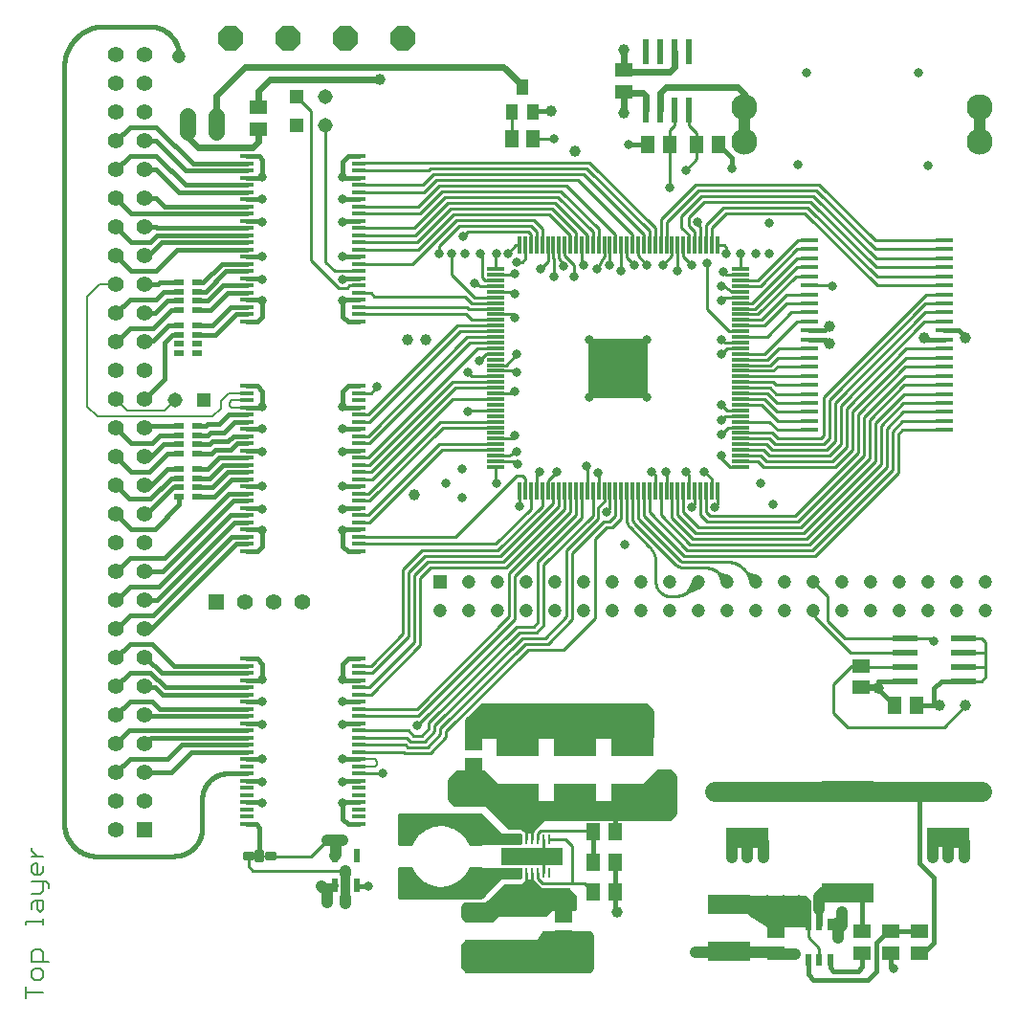
<source format=gtl>
G75*
%MOIN*%
%OFA0B0*%
%FSLAX25Y25*%
%IPPOS*%
%LPD*%
%AMOC8*
5,1,8,0,0,1.08239X$1,22.5*
%
%ADD10C,0.00800*%
%ADD11C,0.09055*%
%ADD12R,0.05906X0.05118*%
%ADD13R,0.14567X0.07087*%
%ADD14R,0.05537X0.05537*%
%ADD15C,0.05537*%
%ADD16R,0.05118X0.01575*%
%ADD17R,0.02362X0.08661*%
%ADD18R,0.06299X0.01181*%
%ADD19R,0.01181X0.06299*%
%ADD20C,0.03175*%
%ADD21C,0.00500*%
%ADD22C,0.16598*%
%ADD23R,0.02362X0.04331*%
%ADD24R,0.18110X0.07087*%
%ADD25R,0.05118X0.05906*%
%ADD26R,0.05906X0.01772*%
%ADD27R,0.04750X0.04750*%
%ADD28C,0.04750*%
%ADD29R,0.03543X0.01969*%
%ADD30R,0.02165X0.04724*%
%ADD31R,0.08661X0.02362*%
%ADD32C,0.01260*%
%ADD33R,0.00500X0.01000*%
%ADD34OC8,0.08500*%
%ADD35R,0.28740X0.03150*%
%ADD36C,0.01000*%
%ADD37R,0.01102X0.03228*%
%ADD38R,0.21654X0.06220*%
%ADD39R,0.05143X0.05143*%
%ADD40C,0.05143*%
%ADD41R,0.03937X0.05512*%
%ADD42C,0.05537*%
%ADD43C,0.03962*%
%ADD44C,0.04000*%
%ADD45C,0.05000*%
%ADD46C,0.03200*%
%ADD47C,0.01600*%
%ADD48C,0.02400*%
%ADD49C,0.07000*%
%ADD50C,0.00827*%
D10*
X0013395Y0010400D02*
X0013395Y0014537D01*
X0013395Y0012468D02*
X0019600Y0012468D01*
X0018566Y0016845D02*
X0019600Y0017880D01*
X0019600Y0019948D01*
X0018566Y0020982D01*
X0016497Y0020982D01*
X0015463Y0019948D01*
X0015463Y0017880D01*
X0016497Y0016845D01*
X0018566Y0016845D01*
X0019600Y0023291D02*
X0019600Y0026394D01*
X0018566Y0027428D01*
X0016497Y0027428D01*
X0015463Y0026394D01*
X0015463Y0023291D01*
X0021668Y0023291D01*
X0019600Y0036182D02*
X0019600Y0038250D01*
X0019600Y0037216D02*
X0013395Y0037216D01*
X0013395Y0036182D01*
X0015463Y0041513D02*
X0015463Y0043582D01*
X0016497Y0044616D01*
X0019600Y0044616D01*
X0019600Y0041513D01*
X0018566Y0040479D01*
X0017532Y0041513D01*
X0017532Y0044616D01*
X0018566Y0046924D02*
X0019600Y0047959D01*
X0019600Y0051061D01*
X0020634Y0051061D02*
X0015463Y0051061D01*
X0016497Y0053370D02*
X0015463Y0054404D01*
X0015463Y0056473D01*
X0016497Y0057507D01*
X0017532Y0057507D01*
X0017532Y0053370D01*
X0018566Y0053370D02*
X0016497Y0053370D01*
X0018566Y0053370D02*
X0019600Y0054404D01*
X0019600Y0056473D01*
X0019600Y0059815D02*
X0015463Y0059815D01*
X0017532Y0059815D02*
X0015463Y0061884D01*
X0015463Y0062918D01*
X0020634Y0051061D02*
X0021668Y0050027D01*
X0021668Y0048993D01*
X0018566Y0046924D02*
X0015463Y0046924D01*
X0129606Y0091250D02*
X0135250Y0091250D01*
X0136000Y0092000D01*
X0136000Y0093000D01*
X0135250Y0093750D01*
X0129606Y0093750D01*
X0090394Y0216250D02*
X0085250Y0216250D01*
X0084500Y0217000D01*
X0084500Y0218000D01*
X0085250Y0218750D01*
X0090394Y0218750D01*
D11*
X0264055Y0308701D03*
X0264055Y0320906D03*
X0345945Y0320906D03*
X0345945Y0308701D03*
D12*
X0222000Y0326260D03*
X0222000Y0333740D03*
X0094500Y0320740D03*
X0094500Y0313260D03*
X0304500Y0126240D03*
X0304500Y0118760D03*
X0169500Y0099240D03*
X0169500Y0091760D03*
X0201000Y0039240D03*
X0201000Y0031760D03*
X0275000Y0033740D03*
X0275000Y0026260D03*
X0305000Y0026260D03*
X0315000Y0026260D03*
X0325000Y0026260D03*
X0325000Y0033740D03*
X0315000Y0033740D03*
X0305000Y0033740D03*
D13*
X0258500Y0026929D03*
X0258500Y0043071D03*
X0265000Y0066429D03*
X0265000Y0082571D03*
X0225000Y0081929D03*
X0205000Y0081929D03*
X0185000Y0081929D03*
X0185000Y0098071D03*
X0205000Y0098071D03*
X0225000Y0098071D03*
X0185000Y0043071D03*
X0185000Y0026929D03*
X0335000Y0066429D03*
X0335000Y0082571D03*
D14*
X0080000Y0148500D03*
X0055000Y0069173D03*
D15*
X0045000Y0069173D03*
X0045000Y0079173D03*
X0055000Y0079173D03*
X0055000Y0089173D03*
X0045000Y0089173D03*
X0045000Y0099173D03*
X0055000Y0099173D03*
X0055000Y0109173D03*
X0045000Y0109173D03*
X0045000Y0119173D03*
X0055000Y0119173D03*
X0055000Y0129173D03*
X0045000Y0129173D03*
X0045000Y0139173D03*
X0055000Y0139173D03*
X0055000Y0149173D03*
X0045000Y0149173D03*
X0045000Y0159173D03*
X0055000Y0159173D03*
X0055000Y0169173D03*
X0045000Y0169173D03*
X0045000Y0179173D03*
X0055000Y0179173D03*
X0055000Y0189173D03*
X0045000Y0189173D03*
X0045000Y0199173D03*
X0055000Y0199173D03*
X0055000Y0209173D03*
X0045000Y0209173D03*
X0045000Y0219173D03*
X0055000Y0219173D03*
X0055000Y0229173D03*
X0045000Y0229173D03*
X0045000Y0239173D03*
X0055000Y0239173D03*
X0055000Y0249173D03*
X0045000Y0249173D03*
X0045000Y0259173D03*
X0055000Y0259173D03*
X0055000Y0269173D03*
X0045000Y0269173D03*
X0045000Y0279173D03*
X0055000Y0279173D03*
X0055000Y0289173D03*
X0045000Y0289173D03*
X0045000Y0299173D03*
X0055000Y0299173D03*
X0055000Y0309173D03*
X0045000Y0309173D03*
X0045000Y0319173D03*
X0055000Y0319173D03*
X0055000Y0329173D03*
X0045000Y0329173D03*
X0045000Y0339173D03*
X0055000Y0339173D03*
X0090000Y0148500D03*
X0100000Y0148500D03*
X0110000Y0148500D03*
D16*
X0090394Y0166250D03*
X0090394Y0168750D03*
X0090394Y0171250D03*
X0090394Y0173750D03*
X0090394Y0176250D03*
X0090394Y0178750D03*
X0090394Y0181250D03*
X0090394Y0183750D03*
X0090394Y0186250D03*
X0090394Y0188750D03*
X0090394Y0191250D03*
X0090394Y0193750D03*
X0090394Y0196250D03*
X0090394Y0198750D03*
X0090394Y0201250D03*
X0090394Y0203750D03*
X0090394Y0206250D03*
X0090394Y0208750D03*
X0090394Y0211250D03*
X0090394Y0213750D03*
X0090394Y0216250D03*
X0090394Y0218750D03*
X0090394Y0221250D03*
X0090394Y0223750D03*
X0090394Y0246250D03*
X0090394Y0248750D03*
X0090394Y0251250D03*
X0090394Y0253750D03*
X0090394Y0256250D03*
X0090394Y0258750D03*
X0090394Y0261250D03*
X0090394Y0263750D03*
X0090394Y0266250D03*
X0090394Y0268750D03*
X0090394Y0271250D03*
X0090394Y0273750D03*
X0090394Y0276250D03*
X0090394Y0278750D03*
X0090394Y0281250D03*
X0090394Y0283750D03*
X0090394Y0286250D03*
X0090394Y0288750D03*
X0090394Y0291250D03*
X0090394Y0293750D03*
X0090394Y0296250D03*
X0090394Y0298750D03*
X0090394Y0301250D03*
X0090394Y0303750D03*
X0129606Y0303750D03*
X0129606Y0301250D03*
X0129606Y0298750D03*
X0129606Y0296250D03*
X0129606Y0293750D03*
X0129606Y0291250D03*
X0129606Y0288750D03*
X0129606Y0286250D03*
X0129606Y0283750D03*
X0129606Y0281250D03*
X0129606Y0278750D03*
X0129606Y0276250D03*
X0129606Y0273750D03*
X0129606Y0271250D03*
X0129606Y0268750D03*
X0129606Y0266250D03*
X0129606Y0263750D03*
X0129606Y0261250D03*
X0129606Y0258750D03*
X0129606Y0256250D03*
X0129606Y0253750D03*
X0129606Y0251250D03*
X0129606Y0248750D03*
X0129606Y0246250D03*
X0129606Y0223750D03*
X0129606Y0221250D03*
X0129606Y0218750D03*
X0129606Y0216250D03*
X0129606Y0213750D03*
X0129606Y0211250D03*
X0129606Y0208750D03*
X0129606Y0206250D03*
X0129606Y0203750D03*
X0129606Y0201250D03*
X0129606Y0198750D03*
X0129606Y0196250D03*
X0129606Y0193750D03*
X0129606Y0191250D03*
X0129606Y0188750D03*
X0129606Y0186250D03*
X0129606Y0183750D03*
X0129606Y0181250D03*
X0129606Y0178750D03*
X0129606Y0176250D03*
X0129606Y0173750D03*
X0129606Y0171250D03*
X0129606Y0168750D03*
X0129606Y0166250D03*
X0129606Y0128750D03*
X0129606Y0126250D03*
X0129606Y0123750D03*
X0129606Y0121250D03*
X0129606Y0118750D03*
X0129606Y0116250D03*
X0129606Y0113750D03*
X0129606Y0111250D03*
X0129606Y0108750D03*
X0129606Y0106250D03*
X0129606Y0103750D03*
X0129606Y0101250D03*
X0129606Y0098750D03*
X0129606Y0096250D03*
X0129606Y0093750D03*
X0129606Y0091250D03*
X0129606Y0088750D03*
X0129606Y0086250D03*
X0129606Y0083750D03*
X0129606Y0081250D03*
X0129606Y0078750D03*
X0129606Y0076250D03*
X0129606Y0073750D03*
X0129606Y0071250D03*
X0090394Y0071250D03*
X0090394Y0073750D03*
X0090394Y0076250D03*
X0090394Y0078750D03*
X0090394Y0081250D03*
X0090394Y0083750D03*
X0090394Y0086250D03*
X0090394Y0088750D03*
X0090394Y0091250D03*
X0090394Y0093750D03*
X0090394Y0096250D03*
X0090394Y0098750D03*
X0090394Y0101250D03*
X0090394Y0103750D03*
X0090394Y0106250D03*
X0090394Y0108750D03*
X0090394Y0111250D03*
X0090394Y0113750D03*
X0090394Y0116250D03*
X0090394Y0118750D03*
X0090394Y0121250D03*
X0090394Y0123750D03*
X0090394Y0126250D03*
X0090394Y0128750D03*
D17*
X0229500Y0319764D03*
X0234500Y0319764D03*
X0239500Y0319764D03*
X0244500Y0319764D03*
X0244500Y0340236D03*
X0239500Y0340236D03*
X0234500Y0340236D03*
X0229500Y0340236D03*
D18*
X0262717Y0264449D03*
X0262717Y0262480D03*
X0262717Y0260512D03*
X0262717Y0258543D03*
X0262717Y0256575D03*
X0262717Y0254606D03*
X0262717Y0252638D03*
X0262717Y0250669D03*
X0262717Y0248701D03*
X0262717Y0246732D03*
X0262717Y0244764D03*
X0262717Y0242795D03*
X0262717Y0240827D03*
X0262717Y0238858D03*
X0262717Y0236890D03*
X0262717Y0234921D03*
X0262717Y0232953D03*
X0262717Y0230984D03*
X0262717Y0229016D03*
X0262717Y0227047D03*
X0262717Y0225079D03*
X0262717Y0223110D03*
X0262717Y0221142D03*
X0262717Y0219173D03*
X0262717Y0217205D03*
X0262717Y0215236D03*
X0262717Y0213268D03*
X0262717Y0211299D03*
X0262717Y0209331D03*
X0262717Y0207362D03*
X0262717Y0205394D03*
X0262717Y0203425D03*
X0262717Y0201457D03*
X0262717Y0199488D03*
X0262717Y0197520D03*
X0262717Y0195551D03*
X0177283Y0195551D03*
X0177283Y0197520D03*
X0177283Y0199488D03*
X0177283Y0201457D03*
X0177283Y0203425D03*
X0177283Y0205394D03*
X0177283Y0207362D03*
X0177283Y0209331D03*
X0177283Y0211299D03*
X0177283Y0213268D03*
X0177283Y0215236D03*
X0177283Y0217205D03*
X0177283Y0219173D03*
X0177283Y0221142D03*
X0177283Y0223110D03*
X0177283Y0225079D03*
X0177283Y0227047D03*
X0177283Y0229016D03*
X0177283Y0230984D03*
X0177283Y0232953D03*
X0177283Y0234921D03*
X0177283Y0236890D03*
X0177283Y0238858D03*
X0177283Y0240827D03*
X0177283Y0242795D03*
X0177283Y0244764D03*
X0177283Y0246732D03*
X0177283Y0248701D03*
X0177283Y0250669D03*
X0177283Y0252638D03*
X0177283Y0254606D03*
X0177283Y0256575D03*
X0177283Y0258543D03*
X0177283Y0260512D03*
X0177283Y0262480D03*
X0177283Y0264449D03*
D19*
X0185551Y0272717D03*
X0187520Y0272717D03*
X0189488Y0272717D03*
X0191457Y0272717D03*
X0193425Y0272717D03*
X0195394Y0272717D03*
X0197362Y0272717D03*
X0199331Y0272717D03*
X0201299Y0272717D03*
X0203268Y0272717D03*
X0205236Y0272717D03*
X0207205Y0272717D03*
X0209173Y0272717D03*
X0211142Y0272717D03*
X0213110Y0272717D03*
X0215079Y0272717D03*
X0217047Y0272717D03*
X0219016Y0272717D03*
X0220984Y0272717D03*
X0222953Y0272717D03*
X0224921Y0272717D03*
X0226890Y0272717D03*
X0228858Y0272717D03*
X0230827Y0272717D03*
X0232795Y0272717D03*
X0234764Y0272717D03*
X0236732Y0272717D03*
X0238701Y0272717D03*
X0240669Y0272717D03*
X0242638Y0272717D03*
X0244606Y0272717D03*
X0246575Y0272717D03*
X0248543Y0272717D03*
X0250512Y0272717D03*
X0252480Y0272717D03*
X0254449Y0272717D03*
X0254449Y0187283D03*
X0252480Y0187283D03*
X0250512Y0187283D03*
X0248543Y0187283D03*
X0246575Y0187283D03*
X0244606Y0187283D03*
X0242638Y0187283D03*
X0240669Y0187283D03*
X0238701Y0187283D03*
X0236732Y0187283D03*
X0234764Y0187283D03*
X0232795Y0187283D03*
X0230827Y0187283D03*
X0228858Y0187283D03*
X0226890Y0187283D03*
X0224921Y0187283D03*
X0222953Y0187283D03*
X0220984Y0187283D03*
X0219016Y0187283D03*
X0217047Y0187283D03*
X0215079Y0187283D03*
X0213110Y0187283D03*
X0211142Y0187283D03*
X0209173Y0187283D03*
X0207205Y0187283D03*
X0205236Y0187283D03*
X0203268Y0187283D03*
X0201299Y0187283D03*
X0199331Y0187283D03*
X0197362Y0187283D03*
X0195394Y0187283D03*
X0193425Y0187283D03*
X0191457Y0187283D03*
X0189488Y0187283D03*
X0187520Y0187283D03*
X0185551Y0187283D03*
D20*
X0177500Y0190000D03*
X0185000Y0196500D03*
X0184500Y0201000D03*
X0184000Y0206500D03*
X0167500Y0215000D03*
X0184000Y0222000D03*
X0184500Y0228500D03*
X0184500Y0235000D03*
X0171500Y0232500D03*
X0167500Y0228500D03*
X0136000Y0223500D03*
X0124000Y0216500D03*
X0124000Y0209000D03*
X0124000Y0201000D03*
X0124000Y0189000D03*
X0124000Y0181000D03*
X0124000Y0173500D03*
X0096000Y0173500D03*
X0096000Y0181000D03*
X0096000Y0189000D03*
X0096000Y0201000D03*
X0096000Y0209000D03*
X0096000Y0216500D03*
X0160000Y0190000D03*
X0165500Y0185000D03*
X0165500Y0195000D03*
X0185500Y0182000D03*
X0192500Y0194000D03*
X0198500Y0194000D03*
X0209000Y0196000D03*
X0213000Y0193500D03*
X0216000Y0180000D03*
X0231500Y0194000D03*
X0236500Y0194000D03*
X0243500Y0194000D03*
X0250000Y0194000D03*
X0256000Y0199500D03*
X0256000Y0207000D03*
X0256000Y0212000D03*
X0256000Y0217291D03*
X0230000Y0220000D03*
X0210000Y0220000D03*
X0210000Y0240000D03*
X0230000Y0240000D03*
X0256000Y0240000D03*
X0256000Y0235000D03*
X0256000Y0253500D03*
X0256000Y0258500D03*
X0256500Y0263500D03*
X0251000Y0266500D03*
X0245500Y0266000D03*
X0240500Y0264000D03*
X0235500Y0266000D03*
X0230000Y0266000D03*
X0225500Y0266000D03*
X0221000Y0264000D03*
X0217000Y0266000D03*
X0212500Y0264500D03*
X0208000Y0266000D03*
X0204500Y0262000D03*
X0201000Y0265500D03*
X0197500Y0262000D03*
X0193000Y0264500D03*
X0184500Y0267000D03*
X0184000Y0263000D03*
X0184000Y0256000D03*
X0184000Y0247500D03*
X0170000Y0259500D03*
X0172000Y0270000D03*
X0166500Y0270000D03*
X0162000Y0270000D03*
X0157500Y0270000D03*
X0166000Y0276000D03*
X0177500Y0270000D03*
X0181500Y0270000D03*
X0124000Y0269000D03*
X0124000Y0261000D03*
X0124000Y0253500D03*
X0096000Y0253500D03*
X0096000Y0261000D03*
X0096000Y0269000D03*
X0096000Y0281000D03*
X0096000Y0289000D03*
X0096000Y0296500D03*
X0124000Y0296500D03*
X0124000Y0289000D03*
X0124000Y0281000D03*
X0197500Y0310000D03*
X0223500Y0308000D03*
X0243500Y0299000D03*
X0238000Y0293000D03*
X0247500Y0281000D03*
X0257500Y0270000D03*
X0262500Y0270000D03*
X0268000Y0270000D03*
X0272500Y0270000D03*
X0272500Y0280500D03*
X0259500Y0299500D03*
X0282500Y0301000D03*
X0328000Y0300500D03*
X0324500Y0333000D03*
X0285500Y0333000D03*
X0294500Y0258500D03*
X0269500Y0190000D03*
X0274000Y0182500D03*
X0253500Y0181500D03*
X0245500Y0181500D03*
X0222244Y0168500D03*
X0124000Y0121500D03*
X0124000Y0114000D03*
X0124000Y0106000D03*
X0124000Y0094000D03*
X0124000Y0086000D03*
X0124000Y0078500D03*
X0138000Y0089000D03*
X0150000Y0105500D03*
X0096000Y0106000D03*
X0096000Y0114000D03*
X0096000Y0121500D03*
X0096000Y0094000D03*
X0096000Y0086000D03*
X0096000Y0078500D03*
X0133000Y0049500D03*
X0183000Y0060000D03*
X0186500Y0060000D03*
X0190000Y0060000D03*
X0193500Y0060000D03*
X0197000Y0060000D03*
X0316000Y0021000D03*
X0330000Y0135000D03*
D21*
X0230000Y0220000D02*
X0210000Y0220000D01*
X0210000Y0240000D01*
X0230000Y0240000D01*
X0230000Y0220000D01*
X0230000Y0220357D02*
X0210000Y0220357D01*
X0210000Y0220855D02*
X0230000Y0220855D01*
X0230000Y0221354D02*
X0210000Y0221354D01*
X0210000Y0221852D02*
X0230000Y0221852D01*
X0230000Y0222351D02*
X0210000Y0222351D01*
X0210000Y0222849D02*
X0230000Y0222849D01*
X0230000Y0223348D02*
X0210000Y0223348D01*
X0210000Y0223846D02*
X0230000Y0223846D01*
X0230000Y0224345D02*
X0210000Y0224345D01*
X0210000Y0224843D02*
X0230000Y0224843D01*
X0230000Y0225342D02*
X0210000Y0225342D01*
X0210000Y0225841D02*
X0230000Y0225841D01*
X0230000Y0226339D02*
X0210000Y0226339D01*
X0210000Y0226838D02*
X0230000Y0226838D01*
X0230000Y0227336D02*
X0210000Y0227336D01*
X0210000Y0227835D02*
X0230000Y0227835D01*
X0230000Y0228333D02*
X0210000Y0228333D01*
X0210000Y0228832D02*
X0230000Y0228832D01*
X0230000Y0229330D02*
X0210000Y0229330D01*
X0210000Y0229829D02*
X0230000Y0229829D01*
X0230000Y0230327D02*
X0210000Y0230327D01*
X0210000Y0230826D02*
X0230000Y0230826D01*
X0230000Y0231324D02*
X0210000Y0231324D01*
X0210000Y0231823D02*
X0230000Y0231823D01*
X0230000Y0232321D02*
X0210000Y0232321D01*
X0210000Y0232820D02*
X0230000Y0232820D01*
X0230000Y0233318D02*
X0210000Y0233318D01*
X0210000Y0233817D02*
X0230000Y0233817D01*
X0230000Y0234315D02*
X0210000Y0234315D01*
X0210000Y0234814D02*
X0230000Y0234814D01*
X0230000Y0235312D02*
X0210000Y0235312D01*
X0210000Y0235811D02*
X0230000Y0235811D01*
X0230000Y0236309D02*
X0210000Y0236309D01*
X0210000Y0236808D02*
X0230000Y0236808D01*
X0230000Y0237306D02*
X0210000Y0237306D01*
X0210000Y0237805D02*
X0230000Y0237805D01*
X0230000Y0238303D02*
X0210000Y0238303D01*
X0210000Y0238802D02*
X0230000Y0238802D01*
X0230000Y0239300D02*
X0210000Y0239300D01*
X0210000Y0239799D02*
X0230000Y0239799D01*
D22*
X0220000Y0230000D03*
D23*
X0286260Y0036299D03*
X0290000Y0036299D03*
X0293740Y0036299D03*
X0293740Y0023701D03*
X0290000Y0023701D03*
X0286260Y0023701D03*
D24*
X0300000Y0047283D03*
X0300000Y0082717D03*
D25*
X0316260Y0112500D03*
X0323740Y0112500D03*
X0218740Y0068500D03*
X0211260Y0068500D03*
X0211260Y0058000D03*
X0218740Y0058000D03*
X0218740Y0047500D03*
X0211260Y0047500D03*
X0230260Y0308000D03*
X0237740Y0308000D03*
X0247260Y0308000D03*
X0254740Y0308000D03*
X0190240Y0310000D03*
X0182760Y0310000D03*
D26*
X0286413Y0274535D03*
X0286413Y0271386D03*
X0286413Y0268236D03*
X0286413Y0265087D03*
X0286413Y0261937D03*
X0286413Y0258787D03*
X0286413Y0255638D03*
X0286413Y0252488D03*
X0286413Y0249338D03*
X0286413Y0246189D03*
X0286413Y0243039D03*
X0286413Y0239890D03*
X0286413Y0236740D03*
X0286413Y0233590D03*
X0286413Y0230441D03*
X0286413Y0227291D03*
X0286413Y0224142D03*
X0286413Y0220992D03*
X0286413Y0217842D03*
X0286413Y0214693D03*
X0286413Y0211543D03*
X0286413Y0208394D03*
X0333658Y0208394D03*
X0333658Y0211543D03*
X0333658Y0214693D03*
X0333658Y0217842D03*
X0333658Y0220992D03*
X0333658Y0224142D03*
X0333658Y0227291D03*
X0333658Y0230441D03*
X0333658Y0233590D03*
X0333658Y0236740D03*
X0333658Y0239890D03*
X0333658Y0243039D03*
X0333658Y0246189D03*
X0333658Y0249338D03*
X0333658Y0252488D03*
X0333658Y0255638D03*
X0333658Y0258787D03*
X0333658Y0261937D03*
X0333658Y0265087D03*
X0333658Y0268236D03*
X0333658Y0271386D03*
X0333658Y0274535D03*
D27*
X0157953Y0155669D03*
D28*
X0167953Y0155669D03*
X0177953Y0155669D03*
X0187953Y0155669D03*
X0197953Y0155669D03*
X0207953Y0155669D03*
X0217953Y0155669D03*
X0227953Y0155669D03*
X0237953Y0155669D03*
X0247953Y0155669D03*
X0257953Y0155669D03*
X0267953Y0155669D03*
X0277953Y0155669D03*
X0287953Y0155669D03*
X0297953Y0155669D03*
X0307953Y0155669D03*
X0317953Y0155669D03*
X0327953Y0155669D03*
X0337953Y0155669D03*
X0347953Y0155669D03*
X0347953Y0145669D03*
X0337953Y0145669D03*
X0327953Y0145669D03*
X0317953Y0145669D03*
X0307953Y0145669D03*
X0297953Y0145669D03*
X0287953Y0145669D03*
X0277953Y0145669D03*
X0267953Y0145669D03*
X0257953Y0145669D03*
X0247953Y0145669D03*
X0237953Y0145669D03*
X0227953Y0145669D03*
X0217953Y0145669D03*
X0207953Y0145669D03*
X0197953Y0145669D03*
X0187953Y0145669D03*
X0177953Y0145669D03*
X0167953Y0145669D03*
X0157953Y0145669D03*
X0067000Y0338500D03*
D29*
X0066850Y0259724D03*
X0066850Y0256575D03*
X0066850Y0253425D03*
X0066850Y0250276D03*
X0073150Y0250276D03*
X0073150Y0253425D03*
X0073150Y0256575D03*
X0073150Y0259724D03*
X0073150Y0244724D03*
X0073150Y0241575D03*
X0073150Y0238425D03*
X0073150Y0235276D03*
X0066850Y0235276D03*
X0066850Y0238425D03*
X0066850Y0241575D03*
X0066850Y0244724D03*
X0066850Y0209724D03*
X0066850Y0206575D03*
X0066850Y0203425D03*
X0066850Y0200276D03*
X0066850Y0194724D03*
X0066850Y0191575D03*
X0066850Y0188425D03*
X0066850Y0185276D03*
X0073150Y0185276D03*
X0073150Y0188425D03*
X0073150Y0191575D03*
X0073150Y0194724D03*
X0073150Y0200276D03*
X0073150Y0203425D03*
X0073150Y0206575D03*
X0073150Y0209724D03*
D30*
X0121260Y0060118D03*
X0128740Y0060118D03*
X0128740Y0049882D03*
X0125000Y0049882D03*
X0121260Y0049882D03*
D31*
X0319764Y0121000D03*
X0319764Y0126000D03*
X0319764Y0131000D03*
X0319764Y0136000D03*
X0340236Y0136000D03*
X0340236Y0131000D03*
X0340236Y0126000D03*
X0340236Y0121000D03*
D32*
X0097599Y0060945D02*
X0097599Y0059055D01*
X0097599Y0060945D02*
X0100275Y0060945D01*
X0100275Y0059055D01*
X0097599Y0059055D01*
X0097599Y0060314D02*
X0100275Y0060314D01*
X0094055Y0061338D02*
X0094055Y0058662D01*
X0094055Y0061338D02*
X0095945Y0061338D01*
X0095945Y0058662D01*
X0094055Y0058662D01*
X0094055Y0059921D02*
X0095945Y0059921D01*
X0095945Y0061180D02*
X0094055Y0061180D01*
X0089725Y0060945D02*
X0089725Y0059055D01*
X0089725Y0060945D02*
X0092401Y0060945D01*
X0092401Y0059055D01*
X0089725Y0059055D01*
X0089725Y0060314D02*
X0092401Y0060314D01*
D33*
X0096750Y0060000D03*
D34*
X0105000Y0345000D03*
X0085000Y0345000D03*
X0125000Y0345000D03*
X0145000Y0345000D03*
D35*
X0158000Y0072598D03*
X0158000Y0047402D03*
D36*
X0157874Y0048949D02*
X0158382Y0048953D01*
X0159016Y0048992D01*
X0159535Y0049055D01*
X0160197Y0049161D01*
X0160831Y0049307D01*
X0161335Y0049461D01*
X0161795Y0049610D01*
X0162260Y0049799D01*
X0162819Y0050051D01*
X0163217Y0050256D01*
X0163685Y0050520D01*
X0164063Y0050764D01*
X0164437Y0051012D01*
X0164831Y0051315D01*
X0165413Y0051803D01*
X0165961Y0052327D01*
X0166488Y0052898D01*
X0167264Y0053984D01*
X0167850Y0054972D01*
X0168244Y0055866D01*
X0172370Y0055866D01*
X0172370Y0045630D01*
X0143630Y0045630D01*
X0143630Y0055866D01*
X0147756Y0055866D01*
X0147913Y0055480D01*
X0148118Y0055063D01*
X0148358Y0054591D01*
X0148669Y0054098D01*
X0148917Y0053697D01*
X0149150Y0053394D01*
X0149531Y0052906D01*
X0149949Y0052425D01*
X0150488Y0051886D01*
X0150724Y0051669D01*
X0151138Y0051323D01*
X0151563Y0051008D01*
X0152051Y0050661D01*
X0152433Y0050445D01*
X0152925Y0050173D01*
X0153492Y0049913D01*
X0153969Y0049705D01*
X0154752Y0049433D01*
X0155461Y0049248D01*
X0156173Y0049098D01*
X0157012Y0048996D01*
X0157874Y0048949D01*
X0153449Y0049933D02*
X0143630Y0049933D01*
X0143630Y0048934D02*
X0172370Y0048934D01*
X0172500Y0048934D02*
X0175434Y0048934D01*
X0174436Y0047936D02*
X0172500Y0047936D01*
X0172370Y0047936D02*
X0143630Y0047936D01*
X0143630Y0046937D02*
X0172370Y0046937D01*
X0172500Y0046937D02*
X0173437Y0046937D01*
X0172500Y0046000D02*
X0172500Y0055500D01*
X0186000Y0055500D01*
X0186000Y0052500D01*
X0179000Y0052500D01*
X0172500Y0046000D01*
X0172370Y0045939D02*
X0143630Y0045939D01*
X0143630Y0050932D02*
X0151671Y0050932D01*
X0150444Y0051930D02*
X0143630Y0051930D01*
X0143630Y0052929D02*
X0149513Y0052929D01*
X0148775Y0053927D02*
X0143630Y0053927D01*
X0143630Y0054926D02*
X0148188Y0054926D01*
X0147756Y0064134D02*
X0143630Y0064134D01*
X0143630Y0074370D01*
X0172370Y0074370D01*
X0172370Y0064134D01*
X0168244Y0064134D01*
X0168087Y0064520D01*
X0167882Y0064937D01*
X0167642Y0065409D01*
X0167331Y0065902D01*
X0167083Y0066303D01*
X0166850Y0066606D01*
X0166469Y0067094D01*
X0166051Y0067575D01*
X0165512Y0068114D01*
X0165276Y0068331D01*
X0164862Y0068677D01*
X0164437Y0068992D01*
X0163949Y0069339D01*
X0163567Y0069555D01*
X0163075Y0069827D01*
X0162508Y0070087D01*
X0162031Y0070295D01*
X0161248Y0070567D01*
X0160539Y0070752D01*
X0159827Y0070902D01*
X0158988Y0071004D01*
X0158126Y0071051D01*
X0157618Y0071047D01*
X0156984Y0071008D01*
X0156465Y0070945D01*
X0155803Y0070839D01*
X0155169Y0070693D01*
X0154665Y0070539D01*
X0154205Y0070390D01*
X0153740Y0070201D01*
X0153181Y0069949D01*
X0152783Y0069744D01*
X0152315Y0069480D01*
X0151937Y0069236D01*
X0151563Y0068988D01*
X0151169Y0068685D01*
X0150587Y0068197D01*
X0150039Y0067673D01*
X0149512Y0067102D01*
X0148736Y0066016D01*
X0148150Y0065028D01*
X0147756Y0064134D01*
X0148098Y0064911D02*
X0143630Y0064911D01*
X0143630Y0065909D02*
X0148673Y0065909D01*
X0149373Y0066908D02*
X0143630Y0066908D01*
X0143630Y0067906D02*
X0150283Y0067906D01*
X0151455Y0068905D02*
X0143630Y0068905D01*
X0143630Y0069903D02*
X0153093Y0069903D01*
X0156196Y0070902D02*
X0143630Y0070902D01*
X0143630Y0071900D02*
X0172370Y0071900D01*
X0172500Y0071900D02*
X0174600Y0071900D01*
X0175598Y0070902D02*
X0172500Y0070902D01*
X0172370Y0070902D02*
X0159825Y0070902D01*
X0162908Y0069903D02*
X0172370Y0069903D01*
X0172500Y0069903D02*
X0176597Y0069903D01*
X0177595Y0068905D02*
X0172500Y0068905D01*
X0172370Y0068905D02*
X0164555Y0068905D01*
X0165720Y0067906D02*
X0172370Y0067906D01*
X0172500Y0067906D02*
X0178594Y0067906D01*
X0179000Y0067500D02*
X0172500Y0074000D01*
X0172500Y0064500D01*
X0186000Y0064500D01*
X0186000Y0067500D01*
X0179000Y0067500D01*
X0182000Y0070000D02*
X0174000Y0078000D01*
X0163000Y0078000D01*
X0161000Y0080000D01*
X0161000Y0086500D01*
X0164000Y0089500D01*
X0173000Y0089500D01*
X0183500Y0079000D01*
X0223000Y0079000D01*
X0234000Y0090000D01*
X0238000Y0090000D01*
X0240000Y0088000D01*
X0240000Y0075000D01*
X0238000Y0073000D01*
X0194000Y0073000D01*
X0190000Y0068500D01*
X0190000Y0065945D01*
X0191969Y0065945D02*
X0191969Y0067969D01*
X0193000Y0069000D01*
X0210760Y0069000D01*
X0211260Y0068500D01*
X0204000Y0063500D02*
X0204000Y0050500D01*
X0208260Y0050500D01*
X0211260Y0047500D01*
X0205000Y0046000D02*
X0205000Y0041500D01*
X0196500Y0041500D01*
X0194500Y0039500D01*
X0178000Y0039500D01*
X0176000Y0037500D01*
X0167000Y0037500D01*
X0165500Y0039000D01*
X0165500Y0042500D01*
X0166500Y0043500D01*
X0174000Y0043500D01*
X0180500Y0050000D01*
X0186500Y0050000D01*
X0188000Y0051500D01*
X0190000Y0051500D01*
X0193000Y0048500D01*
X0202500Y0048500D01*
X0205000Y0046000D01*
X0205000Y0045939D02*
X0176439Y0045939D01*
X0177437Y0046937D02*
X0204063Y0046937D01*
X0203064Y0047936D02*
X0178436Y0047936D01*
X0179434Y0048934D02*
X0192566Y0048934D01*
X0191567Y0049933D02*
X0180433Y0049933D01*
X0178430Y0051930D02*
X0172500Y0051930D01*
X0172370Y0051930D02*
X0165546Y0051930D01*
X0166510Y0052929D02*
X0172370Y0052929D01*
X0172500Y0052929D02*
X0186000Y0052929D01*
X0186000Y0053927D02*
X0172500Y0053927D01*
X0172370Y0053927D02*
X0167223Y0053927D01*
X0167823Y0054926D02*
X0172370Y0054926D01*
X0172500Y0054926D02*
X0186000Y0054926D01*
X0188031Y0054055D02*
X0188031Y0051031D01*
X0188000Y0051000D01*
X0187432Y0050932D02*
X0190568Y0050932D01*
X0190000Y0051000D02*
X0190000Y0054055D01*
X0191969Y0054055D02*
X0191969Y0052031D01*
X0193500Y0050500D01*
X0204000Y0050500D01*
X0205000Y0044940D02*
X0175440Y0044940D01*
X0174442Y0043942D02*
X0205000Y0043942D01*
X0205000Y0042943D02*
X0165943Y0042943D01*
X0165500Y0041945D02*
X0205000Y0041945D01*
X0195946Y0040946D02*
X0165500Y0040946D01*
X0165500Y0039948D02*
X0194948Y0039948D01*
X0194000Y0033500D02*
X0210000Y0033500D01*
X0211000Y0032500D01*
X0211000Y0021000D01*
X0210000Y0020000D01*
X0167000Y0020000D01*
X0165500Y0021500D01*
X0165500Y0029000D01*
X0167000Y0030500D01*
X0192000Y0030500D01*
X0194000Y0033500D01*
X0193639Y0032958D02*
X0210542Y0032958D01*
X0211000Y0031960D02*
X0192973Y0031960D01*
X0192308Y0030961D02*
X0211000Y0030961D01*
X0211000Y0029963D02*
X0166463Y0029963D01*
X0165500Y0028964D02*
X0211000Y0028964D01*
X0211000Y0027966D02*
X0165500Y0027966D01*
X0165500Y0026967D02*
X0211000Y0026967D01*
X0211000Y0025969D02*
X0165500Y0025969D01*
X0165500Y0024970D02*
X0211000Y0024970D01*
X0211000Y0023972D02*
X0165500Y0023972D01*
X0165500Y0022973D02*
X0211000Y0022973D01*
X0211000Y0021975D02*
X0165500Y0021975D01*
X0166024Y0020976D02*
X0210976Y0020976D01*
X0177449Y0038949D02*
X0165551Y0038949D01*
X0166549Y0037951D02*
X0176451Y0037951D01*
X0176433Y0049933D02*
X0172500Y0049933D01*
X0172370Y0049933D02*
X0162557Y0049933D01*
X0164316Y0050932D02*
X0172370Y0050932D01*
X0172500Y0050932D02*
X0177432Y0050932D01*
X0193937Y0054055D02*
X0193937Y0059563D01*
X0193500Y0060000D01*
X0193937Y0060437D01*
X0193937Y0065945D01*
X0195906Y0065945D02*
X0201555Y0065945D01*
X0204000Y0063500D01*
X0193910Y0072899D02*
X0179101Y0072899D01*
X0178103Y0073897D02*
X0238897Y0073897D01*
X0239896Y0074896D02*
X0177104Y0074896D01*
X0176106Y0075894D02*
X0240000Y0075894D01*
X0240000Y0076893D02*
X0175107Y0076893D01*
X0174109Y0077891D02*
X0240000Y0077891D01*
X0240000Y0078890D02*
X0162110Y0078890D01*
X0161112Y0079888D02*
X0182612Y0079888D01*
X0181613Y0080887D02*
X0161000Y0080887D01*
X0161000Y0081885D02*
X0180615Y0081885D01*
X0179616Y0082884D02*
X0161000Y0082884D01*
X0161000Y0083882D02*
X0178618Y0083882D01*
X0177619Y0084881D02*
X0161000Y0084881D01*
X0161000Y0085879D02*
X0176621Y0085879D01*
X0175622Y0086878D02*
X0161378Y0086878D01*
X0162376Y0087876D02*
X0174624Y0087876D01*
X0173625Y0088875D02*
X0163375Y0088875D01*
X0154500Y0096000D02*
X0145500Y0096000D01*
X0145250Y0096250D01*
X0129606Y0096250D01*
X0129606Y0098750D02*
X0145750Y0098750D01*
X0146500Y0098000D01*
X0153500Y0098000D01*
X0158000Y0102500D01*
X0158000Y0104500D01*
X0187500Y0134000D01*
X0195500Y0134000D01*
X0204000Y0142500D01*
X0204000Y0165500D01*
X0215000Y0176500D01*
X0217000Y0176500D01*
X0219016Y0178516D01*
X0219016Y0187283D01*
X0220984Y0187283D02*
X0220984Y0177484D01*
X0218000Y0174500D01*
X0216000Y0174500D01*
X0212000Y0170500D01*
X0212000Y0143000D01*
X0201000Y0132000D01*
X0188500Y0132000D01*
X0160000Y0103500D01*
X0160000Y0101500D01*
X0154500Y0096000D01*
X0152500Y0100000D02*
X0147500Y0100000D01*
X0146250Y0101250D01*
X0129606Y0101250D01*
X0129606Y0103750D02*
X0146750Y0103750D01*
X0148500Y0102000D01*
X0151500Y0102000D01*
X0154000Y0104500D01*
X0154000Y0106500D01*
X0185500Y0138000D01*
X0191500Y0138000D01*
X0194000Y0140500D01*
X0194000Y0161500D01*
X0211142Y0178642D01*
X0211142Y0187283D01*
X0213110Y0187283D02*
X0213110Y0192890D01*
X0213000Y0193500D01*
X0209173Y0195827D02*
X0209173Y0187283D01*
X0207205Y0187283D02*
X0207205Y0181795D01*
X0207205Y0177705D01*
X0192000Y0162500D01*
X0192000Y0141500D01*
X0190500Y0140000D01*
X0186500Y0140000D01*
X0184500Y0140000D01*
X0150000Y0105500D01*
X0150250Y0108750D02*
X0129606Y0108750D01*
X0129606Y0111250D02*
X0149750Y0111250D01*
X0182000Y0143500D01*
X0182000Y0158500D01*
X0203268Y0179768D01*
X0203268Y0187283D01*
X0205236Y0187283D02*
X0205236Y0178736D01*
X0184000Y0157500D01*
X0184000Y0142500D01*
X0150250Y0108750D01*
X0156000Y0105500D02*
X0156000Y0103500D01*
X0152500Y0100000D01*
X0156000Y0105500D02*
X0186500Y0136000D01*
X0194500Y0136000D01*
X0202000Y0143500D01*
X0202000Y0166500D01*
X0213000Y0177500D01*
X0213000Y0181500D01*
X0215079Y0183579D01*
X0215079Y0187283D01*
X0217047Y0187283D02*
X0217047Y0181047D01*
X0216000Y0180000D01*
X0222953Y0177178D02*
X0222953Y0187283D01*
X0224921Y0187283D02*
X0224921Y0177614D01*
X0225653Y0175847D02*
X0239847Y0161653D01*
X0241634Y0162866D02*
X0227256Y0177244D01*
X0224106Y0174394D02*
X0224020Y0174483D01*
X0223937Y0174574D01*
X0223856Y0174668D01*
X0223779Y0174765D01*
X0223705Y0174864D01*
X0223634Y0174965D01*
X0223566Y0175068D01*
X0223501Y0175174D01*
X0223440Y0175281D01*
X0223382Y0175391D01*
X0223328Y0175502D01*
X0223277Y0175614D01*
X0223229Y0175729D01*
X0223186Y0175844D01*
X0223146Y0175961D01*
X0223109Y0176080D01*
X0223077Y0176199D01*
X0223048Y0176319D01*
X0223023Y0176440D01*
X0223001Y0176562D01*
X0222984Y0176685D01*
X0222970Y0176807D01*
X0222961Y0176931D01*
X0222955Y0177054D01*
X0222953Y0177178D01*
X0224106Y0174394D02*
X0230694Y0167806D01*
X0233000Y0162238D02*
X0233000Y0155571D01*
X0234464Y0152036D02*
X0234536Y0151964D01*
X0238071Y0150500D02*
X0239522Y0150500D01*
X0244000Y0152000D02*
X0248500Y0154000D01*
X0247953Y0155669D02*
X0245090Y0152806D01*
X0244000Y0152000D02*
X0246000Y0155500D01*
X0249861Y0160500D02*
X0250048Y0160498D01*
X0250236Y0160491D01*
X0250423Y0160480D01*
X0250609Y0160464D01*
X0250796Y0160444D01*
X0250982Y0160420D01*
X0251167Y0160391D01*
X0251351Y0160358D01*
X0251535Y0160320D01*
X0251717Y0160278D01*
X0251899Y0160232D01*
X0252079Y0160181D01*
X0252259Y0160126D01*
X0252436Y0160067D01*
X0252613Y0160004D01*
X0252787Y0159936D01*
X0252961Y0159864D01*
X0253132Y0159788D01*
X0253302Y0159709D01*
X0253469Y0159625D01*
X0253635Y0159537D01*
X0253798Y0159445D01*
X0253959Y0159349D01*
X0254118Y0159250D01*
X0254274Y0159147D01*
X0254428Y0159040D01*
X0254580Y0158929D01*
X0254728Y0158815D01*
X0254874Y0158698D01*
X0255017Y0158577D01*
X0255158Y0158452D01*
X0255295Y0158325D01*
X0255429Y0158194D01*
X0255428Y0158194D02*
X0257953Y0155669D01*
X0257861Y0162500D02*
X0258048Y0162498D01*
X0258236Y0162491D01*
X0258423Y0162480D01*
X0258609Y0162464D01*
X0258796Y0162444D01*
X0258982Y0162420D01*
X0259167Y0162391D01*
X0259351Y0162358D01*
X0259535Y0162320D01*
X0259717Y0162278D01*
X0259899Y0162232D01*
X0260079Y0162181D01*
X0260259Y0162126D01*
X0260436Y0162067D01*
X0260613Y0162004D01*
X0260787Y0161936D01*
X0260961Y0161864D01*
X0261132Y0161788D01*
X0261302Y0161709D01*
X0261469Y0161625D01*
X0261635Y0161537D01*
X0261798Y0161445D01*
X0261959Y0161349D01*
X0262118Y0161250D01*
X0262274Y0161147D01*
X0262428Y0161040D01*
X0262580Y0160929D01*
X0262728Y0160815D01*
X0262874Y0160698D01*
X0263017Y0160577D01*
X0263158Y0160452D01*
X0263295Y0160325D01*
X0263429Y0160194D01*
X0263428Y0160194D02*
X0267953Y0155669D01*
X0266500Y0154500D02*
X0265000Y0158500D01*
X0268500Y0157500D01*
X0258500Y0157500D02*
X0255000Y0158500D01*
X0256500Y0154500D01*
X0249861Y0160500D02*
X0242631Y0160500D01*
X0242518Y0162500D02*
X0257861Y0162500D01*
X0245000Y0168500D02*
X0286500Y0168500D01*
X0313500Y0195500D01*
X0313500Y0209000D01*
X0319193Y0214693D01*
X0333658Y0214693D01*
X0333658Y0217842D02*
X0319342Y0217842D01*
X0311500Y0210000D01*
X0311500Y0196500D01*
X0285500Y0170500D01*
X0246000Y0170500D01*
X0238701Y0177799D01*
X0238701Y0187283D01*
X0240669Y0187283D02*
X0240669Y0178831D01*
X0247000Y0172500D01*
X0284500Y0172500D01*
X0309500Y0197500D01*
X0309500Y0211000D01*
X0319492Y0220992D01*
X0333658Y0220992D01*
X0333658Y0224142D02*
X0319642Y0224142D01*
X0307500Y0212000D01*
X0307500Y0198500D01*
X0283500Y0174500D01*
X0248000Y0174500D01*
X0242638Y0179862D01*
X0242638Y0187283D01*
X0244606Y0187283D02*
X0244606Y0192894D01*
X0243500Y0194000D01*
X0250000Y0194000D02*
X0252480Y0191520D01*
X0252480Y0187283D01*
X0250512Y0187283D02*
X0250512Y0179988D01*
X0252000Y0178500D01*
X0281500Y0178500D01*
X0303500Y0200500D01*
X0303500Y0214000D01*
X0319941Y0230441D01*
X0333658Y0230441D01*
X0333658Y0233590D02*
X0320090Y0233590D01*
X0301500Y0215000D01*
X0301500Y0201500D01*
X0295500Y0195500D01*
X0270500Y0195500D01*
X0268500Y0197500D01*
X0262736Y0197500D01*
X0262717Y0197520D01*
X0262717Y0199488D02*
X0269512Y0199488D01*
X0271500Y0197500D01*
X0294500Y0197500D01*
X0299500Y0202500D01*
X0299500Y0216000D01*
X0320240Y0236740D01*
X0333658Y0236740D01*
X0333658Y0227291D02*
X0319791Y0227291D01*
X0305500Y0213000D01*
X0305500Y0199500D01*
X0282500Y0176500D01*
X0251000Y0176500D01*
X0248543Y0178957D01*
X0248543Y0187283D01*
X0246575Y0187283D02*
X0246575Y0182575D01*
X0245500Y0181500D01*
X0253500Y0181500D02*
X0254449Y0182449D01*
X0254449Y0187283D01*
X0258949Y0195551D02*
X0256000Y0198500D01*
X0256000Y0199500D01*
X0258949Y0195551D02*
X0262717Y0195551D01*
X0262717Y0201457D02*
X0270543Y0201457D01*
X0272500Y0199500D01*
X0293500Y0199500D01*
X0297500Y0203500D01*
X0297500Y0217000D01*
X0326689Y0246189D01*
X0333658Y0246189D01*
X0333658Y0249338D02*
X0326838Y0249338D01*
X0295500Y0218000D01*
X0295500Y0204500D01*
X0292500Y0201500D01*
X0273500Y0201500D01*
X0271575Y0203425D01*
X0262717Y0203425D01*
X0262717Y0205394D02*
X0272606Y0205394D01*
X0274500Y0203500D01*
X0291500Y0203500D01*
X0293500Y0205500D01*
X0293500Y0219000D01*
X0326988Y0252488D01*
X0333658Y0252488D01*
X0333658Y0255638D02*
X0327138Y0255638D01*
X0291500Y0220000D01*
X0291500Y0206500D01*
X0290500Y0205500D01*
X0275500Y0205500D01*
X0273638Y0207362D01*
X0262717Y0207362D01*
X0262717Y0209331D02*
X0258331Y0209331D01*
X0256000Y0207000D01*
X0256000Y0212000D02*
X0257268Y0213268D01*
X0262717Y0213268D01*
X0262717Y0215236D02*
X0258055Y0215236D01*
X0256000Y0217291D01*
X0262717Y0217205D02*
X0269795Y0217205D01*
X0275457Y0211543D01*
X0286413Y0211543D01*
X0286413Y0208394D02*
X0275606Y0208394D01*
X0272701Y0211299D01*
X0262717Y0211299D01*
X0262717Y0219173D02*
X0270827Y0219173D01*
X0275307Y0214693D01*
X0286413Y0214693D01*
X0286413Y0217842D02*
X0275158Y0217842D01*
X0271858Y0221142D01*
X0262717Y0221142D01*
X0262717Y0223110D02*
X0272890Y0223110D01*
X0275008Y0220992D01*
X0286413Y0220992D01*
X0286413Y0224142D02*
X0274858Y0224142D01*
X0273921Y0225079D01*
X0262717Y0225079D01*
X0262717Y0227047D02*
X0286170Y0227047D01*
X0286413Y0227291D01*
X0286413Y0230441D02*
X0275441Y0230441D01*
X0274016Y0229016D01*
X0262717Y0229016D01*
X0262717Y0230984D02*
X0272984Y0230984D01*
X0275590Y0233590D01*
X0286413Y0233590D01*
X0286413Y0236740D02*
X0275740Y0236740D01*
X0271953Y0232953D01*
X0262717Y0232953D01*
X0262717Y0234921D02*
X0270921Y0234921D01*
X0282189Y0246189D01*
X0286413Y0246189D01*
X0286413Y0249338D02*
X0280338Y0249338D01*
X0271827Y0240827D01*
X0262717Y0240827D01*
X0262717Y0242795D02*
X0258705Y0242795D01*
X0251000Y0250500D01*
X0251000Y0266500D01*
X0245500Y0266000D02*
X0242638Y0268862D01*
X0242638Y0272717D01*
X0244606Y0272717D02*
X0244606Y0276394D01*
X0242000Y0279000D01*
X0242000Y0283000D01*
X0249000Y0290000D01*
X0288000Y0290000D01*
X0309764Y0268236D01*
X0333658Y0268236D01*
X0333658Y0265087D02*
X0309913Y0265087D01*
X0287000Y0288000D01*
X0250000Y0288000D01*
X0244500Y0282500D01*
X0244500Y0279500D01*
X0246575Y0277425D01*
X0246575Y0272717D01*
X0248543Y0272717D02*
X0248543Y0278957D01*
X0247500Y0281000D01*
X0250512Y0279988D02*
X0256500Y0286000D01*
X0286000Y0286000D01*
X0310063Y0261937D01*
X0333658Y0261937D01*
X0333658Y0258787D02*
X0310213Y0258787D01*
X0285000Y0284000D01*
X0257500Y0284000D01*
X0252500Y0279000D01*
X0252500Y0272736D01*
X0252480Y0272717D01*
X0250512Y0272717D02*
X0250512Y0279988D01*
X0254449Y0272717D02*
X0256783Y0272717D01*
X0257500Y0272000D01*
X0257500Y0270000D01*
X0262500Y0270000D02*
X0262717Y0269783D01*
X0262717Y0264449D01*
X0262717Y0262480D02*
X0257520Y0262480D01*
X0256500Y0263500D01*
X0256000Y0258500D02*
X0257000Y0258500D01*
X0259425Y0256575D01*
X0262717Y0256575D01*
X0262717Y0258543D02*
X0269543Y0258543D01*
X0282386Y0271386D01*
X0286413Y0271386D01*
X0286413Y0274535D02*
X0282535Y0274535D01*
X0268512Y0260512D01*
X0262717Y0260512D01*
X0262717Y0254606D02*
X0257106Y0254606D01*
X0256000Y0253500D01*
X0262717Y0252638D02*
X0266638Y0252638D01*
X0282236Y0268236D01*
X0286413Y0268236D01*
X0286413Y0265087D02*
X0282087Y0265087D01*
X0267669Y0250669D01*
X0262717Y0250669D01*
X0262717Y0248701D02*
X0268701Y0248701D01*
X0281937Y0261937D01*
X0286413Y0261937D01*
X0286413Y0258787D02*
X0294213Y0258787D01*
X0294500Y0258500D01*
X0286413Y0255638D02*
X0278638Y0255638D01*
X0269732Y0246732D01*
X0262717Y0246732D01*
X0262717Y0244764D02*
X0270764Y0244764D01*
X0278488Y0252488D01*
X0286413Y0252488D01*
X0262717Y0238858D02*
X0257142Y0238858D01*
X0256000Y0240000D01*
X0257890Y0236890D02*
X0256000Y0235000D01*
X0257890Y0236890D02*
X0262717Y0236890D01*
X0240500Y0264000D02*
X0240669Y0264169D01*
X0240669Y0272717D01*
X0238701Y0272717D02*
X0238701Y0269201D01*
X0235500Y0266000D01*
X0230000Y0266000D02*
X0226890Y0269110D01*
X0226890Y0272717D01*
X0228858Y0272717D02*
X0228858Y0276642D01*
X0208000Y0297500D01*
X0155500Y0297500D01*
X0151750Y0293750D01*
X0129606Y0293750D01*
X0129606Y0291250D02*
X0152250Y0291250D01*
X0156500Y0295500D01*
X0206000Y0295500D01*
X0224921Y0276579D01*
X0224921Y0272717D01*
X0222953Y0272717D02*
X0222953Y0268547D01*
X0225500Y0266000D01*
X0220984Y0265016D02*
X0221000Y0264000D01*
X0220984Y0265016D02*
X0220984Y0272717D01*
X0219016Y0272717D02*
X0219016Y0276484D01*
X0202000Y0293500D01*
X0157500Y0293500D01*
X0150250Y0286250D01*
X0129606Y0286250D01*
X0129606Y0283750D02*
X0150750Y0283750D01*
X0158500Y0291500D01*
X0200000Y0291500D01*
X0213110Y0278390D01*
X0213110Y0272717D01*
X0211142Y0272717D02*
X0211142Y0277358D01*
X0199000Y0289500D01*
X0159500Y0289500D01*
X0148750Y0278750D01*
X0129606Y0278750D01*
X0129606Y0276250D02*
X0149250Y0276250D01*
X0160500Y0287500D01*
X0198000Y0287500D01*
X0209173Y0276327D01*
X0209173Y0272717D01*
X0207205Y0272717D02*
X0207205Y0267795D01*
X0208000Y0266000D01*
X0204500Y0266000D02*
X0204500Y0264000D01*
X0204500Y0262000D01*
X0204500Y0266000D02*
X0202000Y0268500D01*
X0201299Y0269201D01*
X0201299Y0272717D01*
X0199331Y0272717D02*
X0199331Y0268669D01*
X0201000Y0265500D01*
X0197500Y0268000D02*
X0197500Y0262000D01*
X0193000Y0264500D02*
X0195394Y0267106D01*
X0195394Y0272717D01*
X0197362Y0272717D02*
X0197362Y0268638D01*
X0197500Y0268000D01*
X0193425Y0272717D02*
X0193425Y0278575D01*
X0190500Y0281500D01*
X0163500Y0281500D01*
X0148250Y0266250D01*
X0129606Y0266250D01*
X0129606Y0263750D02*
X0121250Y0263750D01*
X0118000Y0267000D01*
X0118000Y0314500D01*
X0113000Y0319500D02*
X0108000Y0324500D01*
X0113000Y0319500D02*
X0113000Y0267500D01*
X0122500Y0258000D01*
X0125500Y0258000D01*
X0126250Y0258750D01*
X0129606Y0258750D01*
X0129606Y0256250D02*
X0133750Y0256250D01*
X0135000Y0255000D01*
X0166500Y0255000D01*
X0168862Y0252638D01*
X0177283Y0252638D01*
X0177283Y0254606D02*
X0169894Y0254606D01*
X0162000Y0262500D01*
X0162000Y0270000D01*
X0157500Y0270000D02*
X0157500Y0272500D01*
X0164500Y0279500D01*
X0189500Y0279500D01*
X0191457Y0277543D01*
X0191457Y0272717D01*
X0189488Y0272717D02*
X0189488Y0276512D01*
X0188500Y0277500D01*
X0167500Y0277500D01*
X0166000Y0276000D01*
X0162500Y0283500D02*
X0196000Y0283500D01*
X0203268Y0276232D01*
X0203268Y0272717D01*
X0205236Y0272717D02*
X0205236Y0277264D01*
X0197000Y0285500D01*
X0161500Y0285500D01*
X0149750Y0273750D01*
X0129606Y0273750D01*
X0129606Y0271250D02*
X0150250Y0271250D01*
X0162500Y0283500D01*
X0172000Y0270000D02*
X0172500Y0269500D01*
X0172500Y0261500D01*
X0173488Y0260512D01*
X0177283Y0260512D01*
X0177283Y0262480D02*
X0183480Y0262480D01*
X0184000Y0263000D01*
X0184500Y0267000D02*
X0186500Y0267000D01*
X0187520Y0268020D01*
X0187520Y0272717D01*
X0185551Y0272717D02*
X0184217Y0272717D01*
X0181500Y0270000D01*
X0177500Y0270000D02*
X0177283Y0269783D01*
X0177283Y0264449D01*
X0177283Y0258543D02*
X0171957Y0258543D01*
X0170000Y0259500D01*
X0177283Y0256575D02*
X0182925Y0256575D01*
X0184000Y0256000D01*
X0177283Y0250669D02*
X0167831Y0250669D01*
X0167250Y0251250D01*
X0129606Y0251250D01*
X0129606Y0248750D02*
X0166750Y0248750D01*
X0168768Y0246732D01*
X0177283Y0246732D01*
X0177283Y0244764D02*
X0163764Y0244764D01*
X0132750Y0213750D01*
X0129606Y0213750D01*
X0129606Y0211250D02*
X0133250Y0211250D01*
X0163500Y0241500D01*
X0164500Y0242500D01*
X0164795Y0242795D01*
X0177283Y0242795D01*
X0177283Y0240827D02*
X0167327Y0240827D01*
X0132750Y0206250D01*
X0129606Y0206250D01*
X0129606Y0203750D02*
X0133250Y0203750D01*
X0168358Y0238858D01*
X0177283Y0238858D01*
X0177283Y0236890D02*
X0170890Y0236890D01*
X0132750Y0198750D01*
X0129606Y0198750D01*
X0129606Y0196250D02*
X0133250Y0196250D01*
X0162079Y0225079D01*
X0177283Y0225079D01*
X0177283Y0227047D02*
X0168953Y0227047D01*
X0167500Y0228500D01*
X0171500Y0232500D02*
X0173921Y0234921D01*
X0177283Y0234921D01*
X0177283Y0230984D02*
X0181016Y0230984D01*
X0184500Y0235000D01*
X0184984Y0229016D02*
X0177283Y0229016D01*
X0184500Y0228500D02*
X0184984Y0229016D01*
X0184000Y0222000D02*
X0182858Y0221142D01*
X0177283Y0221142D01*
X0177283Y0223110D02*
X0163110Y0223110D01*
X0133750Y0193750D01*
X0129606Y0193750D01*
X0129606Y0191250D02*
X0134250Y0191250D01*
X0162173Y0219173D01*
X0177283Y0219173D01*
X0177283Y0215236D02*
X0167736Y0215236D01*
X0167500Y0215000D01*
X0158831Y0209331D02*
X0177283Y0209331D01*
X0177283Y0211299D02*
X0157799Y0211299D01*
X0132750Y0186250D01*
X0129606Y0186250D01*
X0129606Y0183750D02*
X0133250Y0183750D01*
X0158831Y0209331D01*
X0157425Y0203425D02*
X0177283Y0203425D01*
X0177283Y0201457D02*
X0158457Y0201457D01*
X0133250Y0176250D01*
X0129606Y0176250D01*
X0129606Y0178750D02*
X0132750Y0178750D01*
X0157425Y0203425D01*
X0177283Y0205394D02*
X0182894Y0205394D01*
X0184000Y0206500D01*
X0184500Y0201000D02*
X0181988Y0199488D01*
X0177283Y0199488D01*
X0177283Y0197520D02*
X0184480Y0197520D01*
X0185000Y0196500D01*
X0184500Y0192500D02*
X0186500Y0192500D01*
X0187520Y0191480D01*
X0187520Y0187283D01*
X0189488Y0187283D02*
X0189500Y0187272D01*
X0189500Y0181000D01*
X0177250Y0168750D01*
X0129606Y0168750D01*
X0129606Y0171250D02*
X0163250Y0171250D01*
X0184500Y0192500D01*
X0185551Y0187283D02*
X0185551Y0183449D01*
X0185500Y0182000D01*
X0193425Y0181925D02*
X0178000Y0166500D01*
X0151500Y0166500D01*
X0145000Y0160000D01*
X0145000Y0137500D01*
X0133750Y0126250D01*
X0129606Y0126250D01*
X0129606Y0123750D02*
X0134250Y0123750D01*
X0147000Y0136500D01*
X0147000Y0159000D01*
X0152500Y0164500D01*
X0179000Y0164500D01*
X0197362Y0182862D01*
X0197362Y0187283D01*
X0195394Y0187283D02*
X0195394Y0190894D01*
X0198500Y0194000D01*
X0192500Y0194000D02*
X0191457Y0192957D01*
X0191457Y0187283D01*
X0193425Y0187283D02*
X0193425Y0181925D01*
X0199331Y0181831D02*
X0180000Y0162500D01*
X0153500Y0162500D01*
X0149000Y0158000D01*
X0149000Y0134500D01*
X0133250Y0118750D01*
X0129606Y0118750D01*
X0129606Y0116250D02*
X0133750Y0116250D01*
X0151000Y0133500D01*
X0151000Y0157000D01*
X0154500Y0160500D01*
X0181000Y0160500D01*
X0201299Y0180799D01*
X0201299Y0187283D01*
X0199331Y0187283D02*
X0199331Y0181831D01*
X0177500Y0190000D02*
X0177283Y0190217D01*
X0177283Y0195551D01*
X0209000Y0196000D02*
X0209173Y0195827D01*
X0226890Y0187283D02*
X0226890Y0178128D01*
X0224921Y0177614D02*
X0224923Y0177516D01*
X0224929Y0177418D01*
X0224938Y0177320D01*
X0224952Y0177223D01*
X0224969Y0177126D01*
X0224990Y0177030D01*
X0225015Y0176935D01*
X0225043Y0176841D01*
X0225076Y0176749D01*
X0225111Y0176657D01*
X0225151Y0176567D01*
X0225193Y0176479D01*
X0225240Y0176392D01*
X0225289Y0176308D01*
X0225342Y0176225D01*
X0225398Y0176145D01*
X0225458Y0176066D01*
X0225520Y0175990D01*
X0225585Y0175917D01*
X0225653Y0175846D01*
X0227256Y0177244D02*
X0227208Y0177295D01*
X0227163Y0177349D01*
X0227121Y0177405D01*
X0227082Y0177463D01*
X0227046Y0177523D01*
X0227014Y0177586D01*
X0226985Y0177650D01*
X0226960Y0177715D01*
X0226939Y0177782D01*
X0226921Y0177850D01*
X0226908Y0177919D01*
X0226898Y0177988D01*
X0226892Y0178058D01*
X0226890Y0178128D01*
X0228858Y0178642D02*
X0243000Y0164500D01*
X0288500Y0164500D01*
X0317500Y0193500D01*
X0317500Y0207000D01*
X0318894Y0208394D01*
X0333658Y0208394D01*
X0333658Y0211543D02*
X0319043Y0211543D01*
X0315500Y0208000D01*
X0315500Y0194500D01*
X0287500Y0166500D01*
X0244000Y0166500D01*
X0230827Y0179673D01*
X0230827Y0187283D01*
X0232795Y0187283D02*
X0232795Y0192705D01*
X0231500Y0194000D01*
X0236500Y0194000D02*
X0236732Y0192768D01*
X0236732Y0187283D01*
X0234764Y0187283D02*
X0234764Y0178736D01*
X0245000Y0168500D01*
X0242631Y0160500D02*
X0242507Y0160502D01*
X0242384Y0160508D01*
X0242260Y0160517D01*
X0242138Y0160531D01*
X0242015Y0160548D01*
X0241893Y0160570D01*
X0241772Y0160595D01*
X0241652Y0160624D01*
X0241533Y0160656D01*
X0241414Y0160693D01*
X0241297Y0160733D01*
X0241182Y0160776D01*
X0241067Y0160824D01*
X0240955Y0160875D01*
X0240844Y0160929D01*
X0240734Y0160987D01*
X0240627Y0161048D01*
X0240521Y0161113D01*
X0240418Y0161181D01*
X0240317Y0161252D01*
X0240218Y0161326D01*
X0240121Y0161403D01*
X0240027Y0161484D01*
X0239936Y0161567D01*
X0239847Y0161653D01*
X0245090Y0152806D02*
X0244956Y0152675D01*
X0244819Y0152548D01*
X0244678Y0152423D01*
X0244535Y0152302D01*
X0244389Y0152185D01*
X0244241Y0152071D01*
X0244089Y0151960D01*
X0243935Y0151853D01*
X0243779Y0151750D01*
X0243620Y0151651D01*
X0243459Y0151555D01*
X0243296Y0151463D01*
X0243130Y0151375D01*
X0242963Y0151291D01*
X0242793Y0151212D01*
X0242622Y0151136D01*
X0242448Y0151064D01*
X0242274Y0150996D01*
X0242097Y0150933D01*
X0241920Y0150874D01*
X0241740Y0150819D01*
X0241560Y0150768D01*
X0241378Y0150722D01*
X0241196Y0150680D01*
X0241012Y0150642D01*
X0240828Y0150609D01*
X0240643Y0150580D01*
X0240457Y0150556D01*
X0240270Y0150536D01*
X0240084Y0150520D01*
X0239897Y0150509D01*
X0239709Y0150502D01*
X0239522Y0150500D01*
X0238071Y0150500D02*
X0237931Y0150502D01*
X0237791Y0150508D01*
X0237651Y0150518D01*
X0237511Y0150531D01*
X0237372Y0150549D01*
X0237233Y0150571D01*
X0237096Y0150596D01*
X0236958Y0150625D01*
X0236822Y0150658D01*
X0236687Y0150695D01*
X0236553Y0150736D01*
X0236420Y0150781D01*
X0236288Y0150829D01*
X0236158Y0150881D01*
X0236029Y0150936D01*
X0235902Y0150995D01*
X0235776Y0151058D01*
X0235652Y0151124D01*
X0235531Y0151193D01*
X0235411Y0151266D01*
X0235293Y0151343D01*
X0235178Y0151422D01*
X0235064Y0151505D01*
X0234954Y0151591D01*
X0234845Y0151680D01*
X0234739Y0151772D01*
X0234636Y0151867D01*
X0234535Y0151964D01*
X0234464Y0152035D02*
X0234367Y0152136D01*
X0234272Y0152239D01*
X0234180Y0152345D01*
X0234091Y0152454D01*
X0234005Y0152564D01*
X0233922Y0152678D01*
X0233843Y0152793D01*
X0233766Y0152911D01*
X0233693Y0153031D01*
X0233624Y0153152D01*
X0233558Y0153276D01*
X0233495Y0153402D01*
X0233436Y0153529D01*
X0233381Y0153658D01*
X0233329Y0153788D01*
X0233281Y0153920D01*
X0233236Y0154053D01*
X0233195Y0154187D01*
X0233158Y0154322D01*
X0233125Y0154458D01*
X0233096Y0154596D01*
X0233071Y0154733D01*
X0233049Y0154872D01*
X0233031Y0155011D01*
X0233018Y0155151D01*
X0233008Y0155291D01*
X0233002Y0155431D01*
X0233000Y0155571D01*
X0233000Y0162238D02*
X0232998Y0162425D01*
X0232991Y0162613D01*
X0232980Y0162800D01*
X0232964Y0162986D01*
X0232944Y0163173D01*
X0232920Y0163359D01*
X0232891Y0163544D01*
X0232858Y0163728D01*
X0232820Y0163912D01*
X0232778Y0164094D01*
X0232732Y0164276D01*
X0232681Y0164456D01*
X0232626Y0164636D01*
X0232567Y0164813D01*
X0232504Y0164990D01*
X0232436Y0165164D01*
X0232364Y0165338D01*
X0232288Y0165509D01*
X0232209Y0165679D01*
X0232125Y0165846D01*
X0232037Y0166012D01*
X0231945Y0166175D01*
X0231849Y0166336D01*
X0231750Y0166495D01*
X0231647Y0166651D01*
X0231540Y0166805D01*
X0231429Y0166957D01*
X0231315Y0167105D01*
X0231198Y0167251D01*
X0231077Y0167394D01*
X0230952Y0167535D01*
X0230825Y0167672D01*
X0230694Y0167806D01*
X0241634Y0162866D02*
X0241685Y0162818D01*
X0241739Y0162773D01*
X0241795Y0162731D01*
X0241853Y0162692D01*
X0241913Y0162656D01*
X0241976Y0162624D01*
X0242040Y0162595D01*
X0242105Y0162570D01*
X0242172Y0162549D01*
X0242240Y0162531D01*
X0242309Y0162518D01*
X0242378Y0162508D01*
X0242448Y0162502D01*
X0242518Y0162500D01*
X0228858Y0178642D02*
X0228858Y0187283D01*
X0287953Y0155669D02*
X0287953Y0155547D01*
X0293000Y0150500D01*
X0293000Y0142000D01*
X0299000Y0136000D01*
X0319764Y0136000D01*
X0329000Y0136000D01*
X0330000Y0135000D01*
X0319764Y0131000D02*
X0301000Y0131000D01*
X0289000Y0143000D01*
X0287953Y0144047D01*
X0287953Y0145669D01*
X0301240Y0126240D02*
X0304500Y0126240D01*
X0308240Y0126000D01*
X0319764Y0126000D01*
X0301240Y0126240D02*
X0295000Y0120000D01*
X0295000Y0110000D01*
X0300000Y0105000D01*
X0333500Y0105000D01*
X0341000Y0112500D01*
X0340236Y0121000D02*
X0346500Y0121000D01*
X0348000Y0122500D01*
X0348000Y0126000D01*
X0340236Y0126000D01*
X0340236Y0131000D02*
X0348000Y0131000D01*
X0348000Y0126000D01*
X0348000Y0131000D02*
X0348000Y0134500D01*
X0346500Y0136000D01*
X0340236Y0136000D01*
X0240000Y0087876D02*
X0231876Y0087876D01*
X0230878Y0086878D02*
X0240000Y0086878D01*
X0240000Y0085879D02*
X0229879Y0085879D01*
X0228881Y0084881D02*
X0240000Y0084881D01*
X0240000Y0083882D02*
X0227882Y0083882D01*
X0226884Y0082884D02*
X0240000Y0082884D01*
X0240000Y0081885D02*
X0225885Y0081885D01*
X0224887Y0080887D02*
X0240000Y0080887D01*
X0240000Y0079888D02*
X0223888Y0079888D01*
X0220000Y0075000D02*
X0218740Y0073740D01*
X0232875Y0088875D02*
X0239125Y0088875D01*
X0238127Y0089873D02*
X0233873Y0089873D01*
X0232000Y0101500D02*
X0167000Y0101500D01*
X0167000Y0107500D01*
X0172500Y0113000D01*
X0229500Y0113000D01*
X0232000Y0110500D01*
X0232000Y0101500D01*
X0232000Y0101856D02*
X0167000Y0101856D01*
X0167000Y0102854D02*
X0232000Y0102854D01*
X0232000Y0103853D02*
X0167000Y0103853D01*
X0167000Y0104851D02*
X0232000Y0104851D01*
X0232000Y0105850D02*
X0167000Y0105850D01*
X0167000Y0106848D02*
X0232000Y0106848D01*
X0232000Y0107847D02*
X0167347Y0107847D01*
X0168345Y0108845D02*
X0232000Y0108845D01*
X0232000Y0109844D02*
X0169344Y0109844D01*
X0170342Y0110842D02*
X0231658Y0110842D01*
X0230659Y0111841D02*
X0171341Y0111841D01*
X0172339Y0112839D02*
X0229661Y0112839D01*
X0172603Y0073897D02*
X0172500Y0073897D01*
X0172370Y0073897D02*
X0143630Y0073897D01*
X0143630Y0072899D02*
X0172370Y0072899D01*
X0172500Y0072899D02*
X0173601Y0072899D01*
X0172500Y0066908D02*
X0186000Y0066908D01*
X0186000Y0065909D02*
X0172500Y0065909D01*
X0172370Y0065909D02*
X0167326Y0065909D01*
X0167895Y0064911D02*
X0172370Y0064911D01*
X0172500Y0064911D02*
X0186000Y0064911D01*
X0188031Y0065945D02*
X0188000Y0068500D01*
X0186000Y0070000D01*
X0182000Y0070000D01*
X0181098Y0070902D02*
X0192135Y0070902D01*
X0193022Y0071900D02*
X0180100Y0071900D01*
X0186129Y0069903D02*
X0191247Y0069903D01*
X0190360Y0068905D02*
X0187460Y0068905D01*
X0188000Y0068500D02*
X0190000Y0068500D01*
X0172370Y0066908D02*
X0166615Y0066908D01*
X0138000Y0089000D02*
X0137750Y0088750D01*
X0129606Y0088750D01*
X0118500Y0065500D02*
X0113000Y0060000D01*
X0098937Y0060000D01*
X0091063Y0060000D02*
X0091063Y0056437D01*
X0092500Y0055000D01*
X0125000Y0055000D01*
X0218740Y0041260D02*
X0219500Y0040500D01*
X0265500Y0040946D02*
X0286500Y0040946D01*
X0286500Y0039948D02*
X0265585Y0039948D01*
X0265500Y0040000D02*
X0265500Y0046000D01*
X0285000Y0046000D01*
X0286500Y0044500D01*
X0286500Y0036000D01*
X0272000Y0036000D01*
X0265500Y0040000D01*
X0265500Y0041945D02*
X0286500Y0041945D01*
X0286500Y0042943D02*
X0265500Y0042943D01*
X0265500Y0043942D02*
X0286500Y0043942D01*
X0286060Y0044940D02*
X0265500Y0044940D01*
X0265500Y0045939D02*
X0285061Y0045939D01*
X0286500Y0038949D02*
X0267207Y0038949D01*
X0268830Y0037951D02*
X0286500Y0037951D01*
X0286500Y0036952D02*
X0270452Y0036952D01*
X0286260Y0036299D02*
X0286260Y0031740D01*
X0290000Y0028000D01*
X0290000Y0023701D01*
X0302283Y0045000D02*
X0300000Y0047283D01*
X0302283Y0045000D02*
X0305000Y0045000D01*
X0133750Y0221250D02*
X0136000Y0223500D01*
X0133750Y0221250D02*
X0129606Y0221250D01*
X0177283Y0248701D02*
X0182799Y0248701D01*
X0184000Y0247500D01*
X0212500Y0264500D02*
X0215079Y0269079D01*
X0215079Y0272717D01*
X0217047Y0272717D02*
X0217047Y0267047D01*
X0217000Y0266000D01*
X0230827Y0272717D02*
X0230827Y0277673D01*
X0209000Y0299500D01*
X0154500Y0299500D01*
X0153750Y0298750D01*
X0129606Y0298750D01*
X0129606Y0301250D02*
X0129856Y0301500D01*
X0210000Y0301500D01*
X0232795Y0278705D01*
X0232795Y0272717D01*
X0234764Y0272717D02*
X0234764Y0281764D01*
X0247000Y0294000D01*
X0290000Y0294000D01*
X0309465Y0274535D01*
X0333658Y0274535D01*
X0333658Y0271386D02*
X0309614Y0271386D01*
X0289000Y0292000D01*
X0248000Y0292000D01*
X0236732Y0280732D01*
X0236732Y0272717D01*
X0238000Y0293000D02*
X0238000Y0307740D01*
X0237740Y0308000D01*
X0237740Y0312740D01*
X0239500Y0314500D01*
X0239500Y0319764D01*
X0244500Y0319764D02*
X0244500Y0314500D01*
X0247260Y0311740D01*
X0247260Y0308000D01*
X0247260Y0302760D01*
X0243500Y0299000D01*
X0197500Y0310000D02*
X0190240Y0310000D01*
X0182760Y0310000D02*
X0182760Y0319169D01*
D37*
X0184094Y0065945D03*
X0186063Y0065945D03*
X0188031Y0065945D03*
X0190000Y0065945D03*
X0191969Y0065945D03*
X0193937Y0065945D03*
X0195906Y0065945D03*
X0195906Y0054055D03*
X0193937Y0054055D03*
X0191969Y0054055D03*
X0190000Y0054055D03*
X0188031Y0054055D03*
X0186063Y0054055D03*
X0184094Y0054055D03*
D38*
X0190000Y0060000D03*
D39*
X0075500Y0219000D03*
X0108000Y0314500D03*
X0108000Y0324500D03*
D40*
X0118000Y0324500D03*
X0118000Y0314500D03*
X0065500Y0219000D03*
D41*
X0182760Y0319169D03*
X0190240Y0319169D03*
X0186500Y0327831D03*
D42*
X0080000Y0317769D02*
X0080000Y0312231D01*
X0070000Y0312231D02*
X0070000Y0317769D01*
D43*
X0137000Y0330500D03*
X0196500Y0319500D03*
X0222000Y0319000D03*
X0205000Y0305500D03*
X0222000Y0341000D03*
X0293500Y0244500D03*
X0293500Y0238500D03*
X0326500Y0240500D03*
X0341000Y0240500D03*
X0153000Y0240000D03*
X0146500Y0240000D03*
X0149000Y0186000D03*
X0175000Y0110500D03*
X0175000Y0105500D03*
X0195000Y0105500D03*
X0195000Y0110500D03*
X0215000Y0110500D03*
X0215000Y0105500D03*
X0236000Y0086500D03*
X0236000Y0081500D03*
X0236000Y0076500D03*
X0253500Y0082500D03*
X0280000Y0082500D03*
X0270500Y0059500D03*
X0265000Y0059500D03*
X0259500Y0059500D03*
X0272000Y0044500D03*
X0277500Y0044500D03*
X0283000Y0044500D03*
X0298000Y0040500D03*
X0298000Y0036000D03*
X0296500Y0031500D03*
X0281500Y0026000D03*
X0269000Y0026500D03*
X0247000Y0026500D03*
X0219500Y0040500D03*
X0208000Y0031000D03*
X0194500Y0031000D03*
X0174000Y0028500D03*
X0169000Y0028500D03*
X0169000Y0040500D03*
X0174000Y0040500D03*
X0196500Y0046000D03*
X0201500Y0046000D03*
X0174000Y0084500D03*
X0169000Y0084500D03*
X0164000Y0084500D03*
X0124000Y0065500D03*
X0118500Y0065500D03*
X0125000Y0055000D03*
X0116500Y0049500D03*
X0118500Y0044000D03*
X0125000Y0043500D03*
X0310500Y0118500D03*
X0332000Y0112500D03*
X0341000Y0112500D03*
X0346500Y0082500D03*
X0320000Y0082500D03*
X0329500Y0059500D03*
X0335000Y0059500D03*
X0340500Y0059500D03*
D44*
X0340500Y0065000D01*
X0335000Y0065000D01*
X0335000Y0059500D01*
X0329500Y0059500D02*
X0329500Y0066429D01*
X0335000Y0066429D01*
X0291500Y0047500D02*
X0290000Y0046000D01*
X0290000Y0041500D01*
X0298000Y0040500D02*
X0298000Y0036000D01*
X0297000Y0036000D01*
X0298000Y0036000D02*
X0296500Y0034500D01*
X0296500Y0031500D01*
X0281500Y0026000D02*
X0275500Y0026000D01*
X0275000Y0026500D01*
X0274760Y0026500D02*
X0275000Y0026260D01*
X0274760Y0026500D02*
X0269000Y0026500D01*
X0260000Y0026500D01*
X0259571Y0026500D02*
X0258500Y0026929D01*
X0259571Y0026500D02*
X0247000Y0026500D01*
X0259500Y0059500D02*
X0259500Y0065000D01*
X0265000Y0065000D01*
X0270500Y0065000D01*
X0270500Y0059500D01*
X0265000Y0059500D02*
X0265000Y0065000D01*
X0265000Y0066429D01*
X0125000Y0055000D02*
X0125000Y0054000D01*
X0118500Y0048000D02*
X0118500Y0044000D01*
X0118500Y0048000D02*
X0116500Y0049500D01*
X0125000Y0045500D02*
X0125000Y0043500D01*
X0121260Y0060118D02*
X0121500Y0060358D01*
X0121500Y0065500D01*
X0124000Y0065500D01*
X0121500Y0065500D02*
X0118500Y0065500D01*
X0264055Y0308701D02*
X0264055Y0320906D01*
X0345945Y0320906D02*
X0345945Y0308701D01*
D45*
X0262571Y0043071D02*
X0258500Y0043071D01*
X0296500Y0036500D02*
X0297000Y0036000D01*
D46*
X0125000Y0045500D02*
X0125000Y0049882D01*
X0125000Y0054000D01*
D47*
X0128740Y0049882D02*
X0129122Y0049500D01*
X0133000Y0049500D01*
X0158000Y0047402D02*
X0162402Y0047402D01*
X0166000Y0050000D01*
X0170055Y0054055D01*
X0184094Y0054055D01*
X0184094Y0065945D02*
X0170055Y0065945D01*
X0166000Y0070000D01*
X0162402Y0072598D01*
X0158000Y0072598D01*
X0129606Y0071250D02*
X0125750Y0071250D01*
X0124000Y0073000D01*
X0124000Y0078500D01*
X0124250Y0078750D01*
X0129606Y0078750D01*
X0129606Y0086250D02*
X0124250Y0086250D01*
X0124000Y0086000D01*
X0124250Y0093750D02*
X0124000Y0094000D01*
X0124250Y0093750D02*
X0129606Y0093750D01*
X0129606Y0106250D02*
X0124250Y0106250D01*
X0124000Y0106000D01*
X0124250Y0113750D02*
X0124000Y0114000D01*
X0124250Y0113750D02*
X0129606Y0113750D01*
X0129606Y0121250D02*
X0124250Y0121250D01*
X0124000Y0121500D01*
X0124000Y0127000D01*
X0125750Y0128750D01*
X0129606Y0128750D01*
X0096000Y0127000D02*
X0096000Y0121500D01*
X0095750Y0121250D01*
X0090394Y0121250D01*
X0090394Y0123750D02*
X0060750Y0123750D01*
X0055500Y0129000D01*
X0055173Y0129000D01*
X0055000Y0129173D01*
X0057500Y0134000D02*
X0049827Y0134000D01*
X0045000Y0129173D01*
X0049827Y0124000D02*
X0045000Y0119173D01*
X0049827Y0124000D02*
X0057000Y0124000D01*
X0062250Y0118750D01*
X0090394Y0118750D01*
X0090394Y0116250D02*
X0061250Y0116250D01*
X0058500Y0119000D01*
X0055173Y0119000D01*
X0055000Y0119173D01*
X0057500Y0114000D02*
X0049827Y0114000D01*
X0045000Y0109173D01*
X0049577Y0103750D02*
X0045000Y0099173D01*
X0049577Y0103750D02*
X0090394Y0103750D01*
X0090394Y0106250D02*
X0095750Y0106250D01*
X0096000Y0106000D01*
X0090394Y0108750D02*
X0055423Y0108750D01*
X0055000Y0109173D01*
X0057500Y0114000D02*
X0060250Y0111250D01*
X0090394Y0111250D01*
X0090394Y0113750D02*
X0095750Y0113750D01*
X0096000Y0114000D01*
X0096000Y0127000D02*
X0094250Y0128750D01*
X0090394Y0128750D01*
X0090394Y0126250D02*
X0065250Y0126250D01*
X0057500Y0134000D01*
X0057173Y0139173D02*
X0059500Y0141500D01*
X0086750Y0168750D01*
X0090394Y0168750D01*
X0090394Y0171250D02*
X0085250Y0171250D01*
X0058000Y0144000D01*
X0050000Y0144000D01*
X0045173Y0139173D01*
X0045000Y0139173D01*
X0055000Y0139173D02*
X0057173Y0139173D01*
X0059173Y0149173D02*
X0086250Y0176250D01*
X0090394Y0176250D01*
X0090394Y0178750D02*
X0084750Y0178750D01*
X0060000Y0154000D01*
X0050000Y0154000D01*
X0045173Y0149173D01*
X0045000Y0149173D01*
X0055000Y0149173D02*
X0059173Y0149173D01*
X0061173Y0159173D02*
X0055000Y0159173D01*
X0061173Y0159173D02*
X0085750Y0183750D01*
X0090394Y0183750D01*
X0090394Y0186250D02*
X0084250Y0186250D01*
X0062000Y0164000D01*
X0050000Y0164000D01*
X0045173Y0159173D01*
X0045000Y0159173D01*
X0050173Y0174000D02*
X0045000Y0179173D01*
X0050173Y0174000D02*
X0058500Y0174000D01*
X0066850Y0182350D01*
X0066850Y0185276D01*
X0066850Y0188425D02*
X0064925Y0188425D01*
X0055673Y0179173D01*
X0055000Y0179173D01*
X0057000Y0184500D02*
X0049673Y0184500D01*
X0045000Y0189173D01*
X0050173Y0194000D02*
X0045000Y0199173D01*
X0050173Y0204000D02*
X0045000Y0209173D01*
X0050173Y0204000D02*
X0057500Y0204000D01*
X0060075Y0206575D01*
X0066850Y0206575D01*
X0066850Y0209724D02*
X0055551Y0209724D01*
X0055000Y0209173D01*
X0061425Y0203425D02*
X0057173Y0199173D01*
X0055000Y0199173D01*
X0056500Y0194000D02*
X0062776Y0200276D01*
X0066850Y0200276D01*
X0066850Y0203425D02*
X0061425Y0203425D01*
X0073150Y0203425D02*
X0077575Y0203425D01*
X0078650Y0204500D01*
X0084000Y0204500D01*
X0085750Y0206250D01*
X0090394Y0206250D01*
X0090394Y0208750D02*
X0095750Y0208750D01*
X0096000Y0209000D01*
X0090394Y0211250D02*
X0086250Y0211250D01*
X0082500Y0207500D01*
X0077850Y0207500D01*
X0076925Y0206575D01*
X0073150Y0206575D01*
X0073150Y0209724D02*
X0076276Y0209724D01*
X0077051Y0210500D01*
X0081000Y0210500D01*
X0084250Y0213750D01*
X0090394Y0213750D01*
X0090394Y0216250D02*
X0095750Y0216250D01*
X0096000Y0216500D01*
X0096000Y0222000D01*
X0094250Y0223750D01*
X0090394Y0223750D01*
X0079575Y0241575D02*
X0073150Y0241575D01*
X0073150Y0244724D02*
X0078465Y0244724D01*
X0084990Y0251250D01*
X0090394Y0251250D01*
X0090394Y0248750D02*
X0086750Y0248750D01*
X0079575Y0241575D01*
X0090394Y0246250D02*
X0094250Y0246250D01*
X0096000Y0248000D01*
X0096000Y0253500D01*
X0095750Y0253750D01*
X0090394Y0253750D01*
X0090394Y0256250D02*
X0083750Y0256250D01*
X0077776Y0250276D01*
X0073150Y0250276D01*
X0073150Y0253425D02*
X0076925Y0253425D01*
X0082250Y0258750D01*
X0090394Y0258750D01*
X0090394Y0261250D02*
X0095750Y0261250D01*
X0096000Y0261000D01*
X0090394Y0263750D02*
X0083250Y0263750D01*
X0076075Y0256575D01*
X0073150Y0256575D01*
X0073150Y0259724D02*
X0075224Y0259724D01*
X0081750Y0266250D01*
X0090394Y0266250D01*
X0090394Y0268750D02*
X0095750Y0268750D01*
X0096000Y0269000D01*
X0090394Y0271250D02*
X0066250Y0271250D01*
X0059000Y0264000D01*
X0050173Y0264000D01*
X0045000Y0269173D01*
X0050173Y0274000D02*
X0045000Y0279173D01*
X0050173Y0284000D02*
X0045000Y0289173D01*
X0050173Y0284000D02*
X0059000Y0284000D01*
X0059250Y0283750D01*
X0090394Y0283750D01*
X0090394Y0281250D02*
X0095750Y0281250D01*
X0096000Y0281000D01*
X0090394Y0278750D02*
X0059250Y0278750D01*
X0058827Y0279173D01*
X0055000Y0279173D01*
X0059250Y0276250D02*
X0057000Y0274000D01*
X0050173Y0274000D01*
X0055000Y0269173D02*
X0056173Y0269173D01*
X0060750Y0273750D01*
X0090394Y0273750D01*
X0090394Y0276250D02*
X0059250Y0276250D01*
X0061750Y0286250D02*
X0058827Y0289173D01*
X0055000Y0289173D01*
X0061750Y0286250D02*
X0090394Y0286250D01*
X0090394Y0288750D02*
X0095750Y0288750D01*
X0096000Y0289000D01*
X0090394Y0291250D02*
X0066750Y0291250D01*
X0058827Y0299173D01*
X0055000Y0299173D01*
X0059000Y0304000D02*
X0049827Y0304000D01*
X0045000Y0299173D01*
X0059000Y0304000D02*
X0069250Y0293750D01*
X0090394Y0293750D01*
X0090394Y0296250D02*
X0095750Y0296250D01*
X0096000Y0296500D01*
X0096000Y0302500D01*
X0094750Y0303750D01*
X0090394Y0303750D01*
X0090394Y0301250D02*
X0071750Y0301250D01*
X0059000Y0314000D01*
X0049827Y0314000D01*
X0045000Y0309173D01*
X0055000Y0309173D02*
X0058827Y0309173D01*
X0069250Y0298750D01*
X0090394Y0298750D01*
X0124000Y0296500D02*
X0124250Y0296250D01*
X0129606Y0296250D01*
X0124000Y0296500D02*
X0124000Y0302000D01*
X0125750Y0303750D01*
X0129606Y0303750D01*
X0129606Y0288750D02*
X0124250Y0288750D01*
X0124000Y0289000D01*
X0124250Y0281250D02*
X0124000Y0281000D01*
X0124250Y0281250D02*
X0129606Y0281250D01*
X0129606Y0268750D02*
X0124250Y0268750D01*
X0124000Y0269000D01*
X0124250Y0261250D02*
X0124000Y0261000D01*
X0124250Y0261250D02*
X0129606Y0261250D01*
X0129606Y0253750D02*
X0124250Y0253750D01*
X0124000Y0253500D01*
X0124000Y0248000D01*
X0125750Y0246250D01*
X0129606Y0246250D01*
X0129606Y0223750D02*
X0125750Y0223750D01*
X0124000Y0222000D01*
X0124000Y0216500D01*
X0124250Y0216250D01*
X0129606Y0216250D01*
X0124000Y0209000D02*
X0124250Y0208750D01*
X0129606Y0208750D01*
X0129606Y0201250D02*
X0124250Y0201250D01*
X0124000Y0201000D01*
X0124000Y0189000D02*
X0124250Y0188750D01*
X0129606Y0188750D01*
X0129606Y0181250D02*
X0124250Y0181250D01*
X0124000Y0181000D01*
X0124250Y0173750D02*
X0124000Y0173500D01*
X0124000Y0168000D01*
X0125750Y0166250D01*
X0129606Y0166250D01*
X0129606Y0173750D02*
X0124250Y0173750D01*
X0096000Y0173500D02*
X0096000Y0168000D01*
X0094250Y0166250D01*
X0090394Y0166250D01*
X0090394Y0173750D02*
X0095750Y0173750D01*
X0096000Y0173500D01*
X0096000Y0181000D02*
X0095750Y0181250D01*
X0090394Y0181250D01*
X0090394Y0188750D02*
X0095750Y0188750D01*
X0096000Y0189000D01*
X0090394Y0191250D02*
X0085250Y0191250D01*
X0079276Y0185276D01*
X0073150Y0185276D01*
X0073150Y0188425D02*
X0078425Y0188425D01*
X0083750Y0193750D01*
X0090394Y0193750D01*
X0090394Y0196250D02*
X0082250Y0196250D01*
X0077425Y0191575D01*
X0073150Y0191575D01*
X0073150Y0194724D02*
X0076776Y0194724D01*
X0080750Y0198750D01*
X0090394Y0198750D01*
X0090394Y0201250D02*
X0095750Y0201250D01*
X0096000Y0201000D01*
X0090394Y0203750D02*
X0087250Y0203750D01*
X0085000Y0201500D01*
X0079500Y0201500D01*
X0078224Y0200276D01*
X0073150Y0200276D01*
X0066850Y0194724D02*
X0062724Y0194724D01*
X0057173Y0189173D01*
X0055000Y0189173D01*
X0056500Y0194000D02*
X0050173Y0194000D01*
X0057000Y0184500D02*
X0064075Y0191575D01*
X0066850Y0191575D01*
X0055000Y0219173D02*
X0062000Y0226173D01*
X0062000Y0239000D01*
X0064575Y0241575D01*
X0066850Y0241575D01*
X0066850Y0244724D02*
X0063224Y0244724D01*
X0058000Y0239500D01*
X0055327Y0239500D01*
X0055000Y0239173D01*
X0058000Y0244000D02*
X0050000Y0244000D01*
X0045173Y0239173D01*
X0045000Y0239173D01*
X0045000Y0249173D02*
X0049827Y0254000D01*
X0059000Y0254000D01*
X0061575Y0256575D01*
X0066850Y0256575D01*
X0066850Y0259724D02*
X0060224Y0259724D01*
X0059673Y0259173D01*
X0055000Y0259173D01*
X0062925Y0253425D02*
X0058673Y0249173D01*
X0055000Y0249173D01*
X0058000Y0244000D02*
X0064276Y0250276D01*
X0066850Y0250276D01*
X0066850Y0253425D02*
X0062925Y0253425D01*
X0190240Y0319169D02*
X0190571Y0319500D01*
X0196500Y0319500D01*
X0223500Y0308000D02*
X0230260Y0308000D01*
X0254740Y0308000D02*
X0259500Y0303240D01*
X0259500Y0299500D01*
X0286413Y0243039D02*
X0292039Y0243039D01*
X0293500Y0244500D01*
X0292110Y0239890D02*
X0286413Y0239890D01*
X0292110Y0239890D02*
X0293500Y0238500D01*
X0326500Y0240500D02*
X0327110Y0239890D01*
X0333658Y0239890D01*
X0333658Y0243039D02*
X0338461Y0243039D01*
X0341000Y0240500D01*
X0340236Y0121000D02*
X0332500Y0121000D01*
X0330000Y0118500D01*
X0330000Y0112500D01*
X0323740Y0112500D01*
X0330000Y0112500D02*
X0332000Y0112500D01*
X0319764Y0121000D02*
X0310500Y0121000D01*
X0310500Y0118500D01*
X0310500Y0118260D01*
X0314500Y0114260D01*
X0316260Y0112500D01*
X0300000Y0085000D02*
X0300000Y0082717D01*
X0325000Y0082571D02*
X0325000Y0057500D01*
X0330000Y0052500D01*
X0330000Y0030000D01*
X0326260Y0026260D01*
X0325000Y0026260D01*
X0315000Y0026260D02*
X0315000Y0022000D01*
X0316000Y0021000D01*
X0310000Y0020000D02*
X0307000Y0017000D01*
X0288000Y0017000D01*
X0286260Y0018740D01*
X0286260Y0023701D01*
X0293740Y0023701D02*
X0293740Y0021260D01*
X0295000Y0020000D01*
X0303500Y0020000D01*
X0305000Y0021500D01*
X0305000Y0026260D01*
X0310000Y0030000D02*
X0310000Y0020000D01*
X0310000Y0030000D02*
X0313740Y0033740D01*
X0315000Y0033740D01*
X0325000Y0033740D01*
X0305000Y0033740D02*
X0305000Y0045000D01*
X0294701Y0036299D02*
X0296500Y0034500D01*
X0294701Y0036299D02*
X0293740Y0036299D01*
X0286260Y0036299D02*
X0286260Y0037240D01*
X0218740Y0041260D02*
X0218740Y0047500D01*
X0218740Y0058000D01*
X0211260Y0058000D02*
X0211260Y0068500D01*
X0218740Y0068500D02*
X0218740Y0073740D01*
X0096000Y0078500D02*
X0095750Y0078750D01*
X0090394Y0078750D01*
X0083750Y0088750D02*
X0083539Y0088747D01*
X0083327Y0088740D01*
X0083116Y0088727D01*
X0082906Y0088709D01*
X0082695Y0088686D01*
X0082486Y0088658D01*
X0082277Y0088625D01*
X0082069Y0088587D01*
X0081862Y0088544D01*
X0081656Y0088496D01*
X0081451Y0088443D01*
X0081248Y0088385D01*
X0081046Y0088322D01*
X0080846Y0088254D01*
X0080647Y0088181D01*
X0080450Y0088104D01*
X0080256Y0088022D01*
X0080063Y0087935D01*
X0079872Y0087844D01*
X0079684Y0087748D01*
X0079498Y0087647D01*
X0079314Y0087542D01*
X0079133Y0087433D01*
X0078955Y0087319D01*
X0078779Y0087201D01*
X0078607Y0087079D01*
X0078437Y0086953D01*
X0078271Y0086822D01*
X0078108Y0086688D01*
X0077948Y0086549D01*
X0077791Y0086407D01*
X0077638Y0086261D01*
X0077489Y0086112D01*
X0077343Y0085959D01*
X0077201Y0085802D01*
X0077062Y0085642D01*
X0076928Y0085479D01*
X0076797Y0085313D01*
X0076671Y0085143D01*
X0076549Y0084971D01*
X0076431Y0084795D01*
X0076317Y0084617D01*
X0076208Y0084436D01*
X0076103Y0084252D01*
X0076002Y0084066D01*
X0075906Y0083878D01*
X0075815Y0083687D01*
X0075728Y0083494D01*
X0075646Y0083300D01*
X0075569Y0083103D01*
X0075496Y0082904D01*
X0075428Y0082704D01*
X0075365Y0082502D01*
X0075307Y0082299D01*
X0075254Y0082094D01*
X0075206Y0081888D01*
X0075163Y0081681D01*
X0075125Y0081473D01*
X0075092Y0081264D01*
X0075064Y0081055D01*
X0075041Y0080844D01*
X0075023Y0080634D01*
X0075010Y0080423D01*
X0075003Y0080211D01*
X0075000Y0080000D01*
X0075000Y0069843D01*
X0074997Y0069605D01*
X0074989Y0069367D01*
X0074974Y0069130D01*
X0074954Y0068893D01*
X0074928Y0068657D01*
X0074897Y0068421D01*
X0074860Y0068186D01*
X0074817Y0067952D01*
X0074768Y0067719D01*
X0074714Y0067487D01*
X0074654Y0067257D01*
X0074589Y0067028D01*
X0074518Y0066801D01*
X0074442Y0066576D01*
X0074360Y0066353D01*
X0074273Y0066131D01*
X0074181Y0065912D01*
X0074083Y0065695D01*
X0073981Y0065481D01*
X0073873Y0065269D01*
X0073759Y0065059D01*
X0073641Y0064853D01*
X0073518Y0064649D01*
X0073390Y0064449D01*
X0073258Y0064252D01*
X0073120Y0064057D01*
X0072978Y0063867D01*
X0072831Y0063679D01*
X0072680Y0063496D01*
X0072525Y0063316D01*
X0072365Y0063140D01*
X0072201Y0062968D01*
X0072032Y0062799D01*
X0071860Y0062635D01*
X0071684Y0062475D01*
X0071504Y0062320D01*
X0071321Y0062169D01*
X0071133Y0062022D01*
X0070943Y0061880D01*
X0070748Y0061742D01*
X0070551Y0061610D01*
X0070351Y0061482D01*
X0070147Y0061359D01*
X0069941Y0061241D01*
X0069731Y0061127D01*
X0069519Y0061019D01*
X0069305Y0060917D01*
X0069088Y0060819D01*
X0068869Y0060727D01*
X0068647Y0060640D01*
X0068424Y0060558D01*
X0068199Y0060482D01*
X0067972Y0060411D01*
X0067743Y0060346D01*
X0067513Y0060286D01*
X0067281Y0060232D01*
X0067048Y0060183D01*
X0066814Y0060140D01*
X0066579Y0060103D01*
X0066343Y0060072D01*
X0066107Y0060046D01*
X0065870Y0060026D01*
X0065633Y0060011D01*
X0065395Y0060003D01*
X0065157Y0060000D01*
X0040000Y0060000D01*
X0039717Y0059967D01*
X0039434Y0059941D01*
X0039150Y0059921D01*
X0038866Y0059909D01*
X0038581Y0059903D01*
X0038296Y0059905D01*
X0038012Y0059913D01*
X0037728Y0059929D01*
X0037444Y0059951D01*
X0037161Y0059981D01*
X0036879Y0060017D01*
X0036597Y0060060D01*
X0036317Y0060110D01*
X0036038Y0060167D01*
X0035761Y0060231D01*
X0035485Y0060302D01*
X0035211Y0060379D01*
X0034939Y0060463D01*
X0034669Y0060554D01*
X0034402Y0060651D01*
X0034137Y0060755D01*
X0033875Y0060865D01*
X0033615Y0060982D01*
X0033358Y0061105D01*
X0033105Y0061234D01*
X0032854Y0061370D01*
X0032608Y0061512D01*
X0032364Y0061659D01*
X0032125Y0061813D01*
X0031889Y0061972D01*
X0031657Y0062137D01*
X0031429Y0062308D01*
X0031206Y0062484D01*
X0030987Y0062666D01*
X0030772Y0062853D01*
X0030562Y0063045D01*
X0030357Y0063243D01*
X0030157Y0063445D01*
X0029962Y0063652D01*
X0029772Y0063864D01*
X0029587Y0064081D01*
X0029408Y0064301D01*
X0029234Y0064527D01*
X0029065Y0064756D01*
X0028903Y0064990D01*
X0028746Y0065227D01*
X0028595Y0065469D01*
X0028450Y0065714D01*
X0028311Y0065962D01*
X0028178Y0066214D01*
X0028051Y0066469D01*
X0027931Y0066726D01*
X0027817Y0066987D01*
X0027709Y0067251D01*
X0027608Y0067517D01*
X0027514Y0067785D01*
X0027426Y0068056D01*
X0027345Y0068329D01*
X0027271Y0068604D01*
X0027203Y0068880D01*
X0027142Y0069158D01*
X0027088Y0069438D01*
X0027041Y0069718D01*
X0027000Y0070000D01*
X0027000Y0334000D01*
X0026980Y0334339D01*
X0026968Y0334678D01*
X0026964Y0335017D01*
X0026969Y0335356D01*
X0026981Y0335695D01*
X0027002Y0336033D01*
X0027031Y0336371D01*
X0027068Y0336708D01*
X0027114Y0337045D01*
X0027167Y0337380D01*
X0027229Y0337713D01*
X0027298Y0338045D01*
X0027376Y0338375D01*
X0027461Y0338703D01*
X0027555Y0339030D01*
X0027656Y0339353D01*
X0027765Y0339674D01*
X0027882Y0339993D01*
X0028007Y0340308D01*
X0028139Y0340621D01*
X0028278Y0340930D01*
X0028425Y0341236D01*
X0028580Y0341538D01*
X0028741Y0341836D01*
X0028910Y0342130D01*
X0029086Y0342420D01*
X0029268Y0342706D01*
X0029458Y0342987D01*
X0029654Y0343264D01*
X0029857Y0343535D01*
X0030067Y0343802D01*
X0030283Y0344064D01*
X0030505Y0344320D01*
X0030733Y0344571D01*
X0030968Y0344816D01*
X0031208Y0345056D01*
X0031454Y0345289D01*
X0031705Y0345517D01*
X0031962Y0345739D01*
X0032224Y0345954D01*
X0032491Y0346163D01*
X0032763Y0346365D01*
X0033040Y0346561D01*
X0033322Y0346750D01*
X0033608Y0346932D01*
X0033899Y0347107D01*
X0034193Y0347275D01*
X0034492Y0347436D01*
X0034794Y0347590D01*
X0035100Y0347736D01*
X0035410Y0347875D01*
X0035723Y0348006D01*
X0036038Y0348130D01*
X0036357Y0348246D01*
X0036679Y0348354D01*
X0037002Y0348455D01*
X0037329Y0348547D01*
X0037657Y0348632D01*
X0037988Y0348709D01*
X0038320Y0348778D01*
X0038653Y0348838D01*
X0038988Y0348891D01*
X0039325Y0348936D01*
X0039662Y0348972D01*
X0040000Y0349000D01*
X0056500Y0349000D01*
X0056754Y0348997D01*
X0057007Y0348988D01*
X0057261Y0348972D01*
X0057513Y0348951D01*
X0057766Y0348923D01*
X0058017Y0348890D01*
X0058268Y0348850D01*
X0058517Y0348804D01*
X0058766Y0348753D01*
X0059013Y0348695D01*
X0059258Y0348631D01*
X0059502Y0348562D01*
X0059745Y0348486D01*
X0059985Y0348405D01*
X0060223Y0348318D01*
X0060459Y0348225D01*
X0060693Y0348126D01*
X0060925Y0348022D01*
X0061154Y0347912D01*
X0061380Y0347797D01*
X0061603Y0347677D01*
X0061823Y0347551D01*
X0062040Y0347419D01*
X0062254Y0347283D01*
X0062465Y0347141D01*
X0062672Y0346995D01*
X0062875Y0346843D01*
X0063075Y0346687D01*
X0063271Y0346525D01*
X0063463Y0346359D01*
X0063651Y0346189D01*
X0063834Y0346014D01*
X0064014Y0345834D01*
X0064189Y0345651D01*
X0064359Y0345463D01*
X0064525Y0345271D01*
X0064687Y0345075D01*
X0064843Y0344875D01*
X0064995Y0344672D01*
X0065141Y0344465D01*
X0065283Y0344254D01*
X0065419Y0344040D01*
X0065551Y0343823D01*
X0065677Y0343603D01*
X0065797Y0343380D01*
X0065912Y0343154D01*
X0066022Y0342925D01*
X0066126Y0342693D01*
X0066225Y0342459D01*
X0066318Y0342223D01*
X0066405Y0341985D01*
X0066486Y0341745D01*
X0066562Y0341502D01*
X0066631Y0341258D01*
X0066695Y0341013D01*
X0066753Y0340766D01*
X0066804Y0340517D01*
X0066850Y0340268D01*
X0066890Y0340017D01*
X0066923Y0339766D01*
X0066951Y0339513D01*
X0066972Y0339261D01*
X0066988Y0339007D01*
X0066997Y0338754D01*
X0067000Y0338500D01*
X0057077Y0101250D02*
X0055000Y0099173D01*
X0057077Y0101250D02*
X0090394Y0101250D01*
X0090394Y0098750D02*
X0067750Y0098750D01*
X0063000Y0094000D01*
X0049827Y0094000D01*
X0045000Y0089173D01*
X0055000Y0089173D02*
X0064173Y0089173D01*
X0071250Y0096250D01*
X0090394Y0096250D01*
X0090394Y0093750D02*
X0095750Y0093750D01*
X0096000Y0094000D01*
X0090394Y0088750D02*
X0083750Y0088750D01*
X0090394Y0086250D02*
X0095750Y0086250D01*
X0096000Y0086000D01*
X0093750Y0071250D02*
X0095000Y0070000D01*
X0095000Y0060000D01*
X0093750Y0071250D02*
X0090394Y0071250D01*
D48*
X0116500Y0049500D02*
X0120878Y0049500D01*
X0121260Y0049882D01*
X0119378Y0048000D01*
X0118500Y0048000D01*
X0290000Y0041500D02*
X0290000Y0036299D01*
X0291500Y0047500D02*
X0299783Y0047500D01*
X0300000Y0047283D01*
X0304500Y0118760D02*
X0310240Y0118760D01*
X0310500Y0118500D01*
X0094500Y0309000D02*
X0092500Y0307000D01*
X0073500Y0307000D01*
X0070000Y0310500D01*
X0070000Y0315000D01*
X0080000Y0315000D02*
X0080000Y0325000D01*
X0090000Y0335000D01*
X0180000Y0335000D01*
X0186500Y0328500D01*
X0186500Y0327831D01*
X0222000Y0326260D02*
X0222000Y0319000D01*
X0222260Y0326000D02*
X0222000Y0326260D01*
X0222260Y0326000D02*
X0228500Y0326000D01*
X0229500Y0325000D01*
X0229500Y0319764D01*
X0234500Y0319764D02*
X0234500Y0326000D01*
X0236500Y0328000D01*
X0261500Y0328000D01*
X0264000Y0325500D01*
X0264000Y0320961D01*
X0264055Y0320906D01*
X0239500Y0335000D02*
X0237740Y0333240D01*
X0222500Y0333240D01*
X0222000Y0333740D01*
X0222000Y0341000D01*
X0239500Y0340236D02*
X0239500Y0335000D01*
X0137000Y0330500D02*
X0098500Y0330500D01*
X0094500Y0326500D01*
X0094500Y0320740D01*
X0094500Y0313260D02*
X0094500Y0309000D01*
D49*
X0253500Y0082500D02*
X0265000Y0082571D01*
X0299854Y0082571D01*
X0300000Y0082717D01*
X0300146Y0082571D01*
X0325000Y0082571D01*
X0335000Y0082571D01*
X0335000Y0082500D02*
X0346500Y0082500D01*
D50*
X0090394Y0221250D02*
X0084250Y0221250D01*
X0081500Y0218500D01*
X0081500Y0216000D01*
X0078500Y0213268D01*
X0038500Y0213268D01*
X0035000Y0216500D01*
X0035000Y0255000D01*
X0039173Y0259173D01*
X0045000Y0259173D01*
X0045000Y0219173D02*
X0048923Y0215118D01*
X0061750Y0215118D01*
X0065500Y0219000D01*
M02*

</source>
